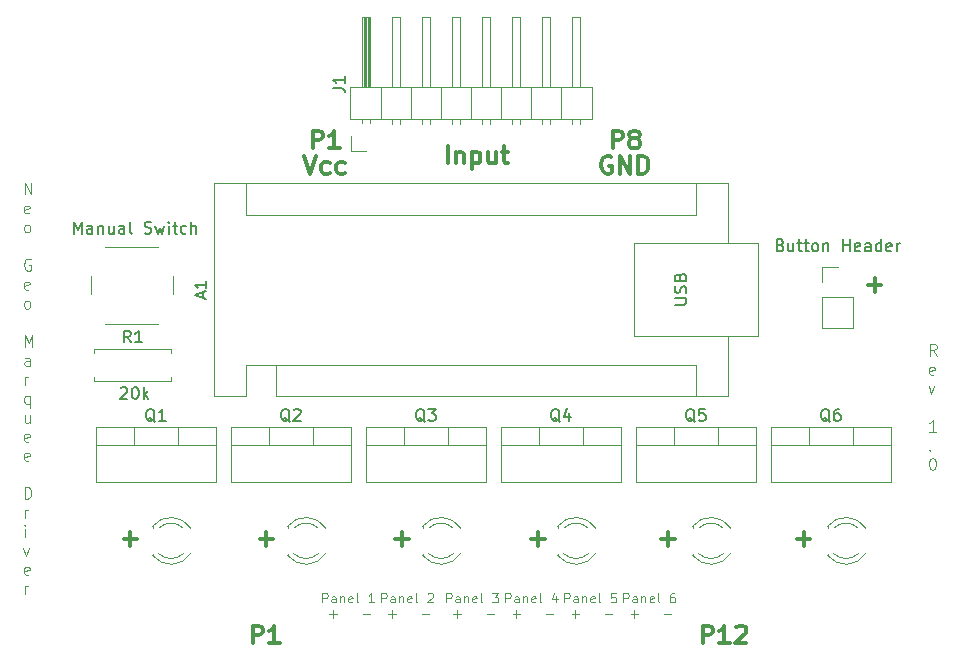
<source format=gbr>
%TF.GenerationSoftware,KiCad,Pcbnew,9.0.0*%
%TF.CreationDate,2025-03-22T14:07:59+10:00*%
%TF.ProjectId,ngmarquee.kicad_pcb_to220_1.0_m3,6e676d61-7271-4756-9565-2e6b69636164,rev?*%
%TF.SameCoordinates,Original*%
%TF.FileFunction,Legend,Top*%
%TF.FilePolarity,Positive*%
%FSLAX46Y46*%
G04 Gerber Fmt 4.6, Leading zero omitted, Abs format (unit mm)*
G04 Created by KiCad (PCBNEW 9.0.0) date 2025-03-22 14:07:59*
%MOMM*%
%LPD*%
G01*
G04 APERTURE LIST*
%ADD10C,0.100000*%
%ADD11C,0.150000*%
%ADD12C,0.300000*%
%ADD13C,0.120000*%
G04 APERTURE END LIST*
D10*
X114405789Y-99198940D02*
X114405789Y-98398940D01*
X114405789Y-98398940D02*
X114710551Y-98398940D01*
X114710551Y-98398940D02*
X114786741Y-98437035D01*
X114786741Y-98437035D02*
X114824836Y-98475130D01*
X114824836Y-98475130D02*
X114862932Y-98551321D01*
X114862932Y-98551321D02*
X114862932Y-98665606D01*
X114862932Y-98665606D02*
X114824836Y-98741797D01*
X114824836Y-98741797D02*
X114786741Y-98779892D01*
X114786741Y-98779892D02*
X114710551Y-98817987D01*
X114710551Y-98817987D02*
X114405789Y-98817987D01*
X115548646Y-99198940D02*
X115548646Y-98779892D01*
X115548646Y-98779892D02*
X115510551Y-98703702D01*
X115510551Y-98703702D02*
X115434360Y-98665606D01*
X115434360Y-98665606D02*
X115281979Y-98665606D01*
X115281979Y-98665606D02*
X115205789Y-98703702D01*
X115548646Y-99160845D02*
X115472455Y-99198940D01*
X115472455Y-99198940D02*
X115281979Y-99198940D01*
X115281979Y-99198940D02*
X115205789Y-99160845D01*
X115205789Y-99160845D02*
X115167693Y-99084654D01*
X115167693Y-99084654D02*
X115167693Y-99008464D01*
X115167693Y-99008464D02*
X115205789Y-98932273D01*
X115205789Y-98932273D02*
X115281979Y-98894178D01*
X115281979Y-98894178D02*
X115472455Y-98894178D01*
X115472455Y-98894178D02*
X115548646Y-98856083D01*
X115929599Y-98665606D02*
X115929599Y-99198940D01*
X115929599Y-98741797D02*
X115967694Y-98703702D01*
X115967694Y-98703702D02*
X116043884Y-98665606D01*
X116043884Y-98665606D02*
X116158170Y-98665606D01*
X116158170Y-98665606D02*
X116234361Y-98703702D01*
X116234361Y-98703702D02*
X116272456Y-98779892D01*
X116272456Y-98779892D02*
X116272456Y-99198940D01*
X116958171Y-99160845D02*
X116881980Y-99198940D01*
X116881980Y-99198940D02*
X116729599Y-99198940D01*
X116729599Y-99198940D02*
X116653409Y-99160845D01*
X116653409Y-99160845D02*
X116615313Y-99084654D01*
X116615313Y-99084654D02*
X116615313Y-98779892D01*
X116615313Y-98779892D02*
X116653409Y-98703702D01*
X116653409Y-98703702D02*
X116729599Y-98665606D01*
X116729599Y-98665606D02*
X116881980Y-98665606D01*
X116881980Y-98665606D02*
X116958171Y-98703702D01*
X116958171Y-98703702D02*
X116996266Y-98779892D01*
X116996266Y-98779892D02*
X116996266Y-98856083D01*
X116996266Y-98856083D02*
X116615313Y-98932273D01*
X117453408Y-99198940D02*
X117377218Y-99160845D01*
X117377218Y-99160845D02*
X117339123Y-99084654D01*
X117339123Y-99084654D02*
X117339123Y-98398940D01*
X118786742Y-99198940D02*
X118329599Y-99198940D01*
X118558171Y-99198940D02*
X118558171Y-98398940D01*
X118558171Y-98398940D02*
X118481980Y-98513225D01*
X118481980Y-98513225D02*
X118405790Y-98589416D01*
X118405790Y-98589416D02*
X118329599Y-98627511D01*
X115015313Y-100182133D02*
X115624837Y-100182133D01*
X115320075Y-100486895D02*
X115320075Y-99877371D01*
X117834361Y-100182133D02*
X118443885Y-100182133D01*
D11*
X97329160Y-81055057D02*
X97376779Y-81007438D01*
X97376779Y-81007438D02*
X97472017Y-80959819D01*
X97472017Y-80959819D02*
X97710112Y-80959819D01*
X97710112Y-80959819D02*
X97805350Y-81007438D01*
X97805350Y-81007438D02*
X97852969Y-81055057D01*
X97852969Y-81055057D02*
X97900588Y-81150295D01*
X97900588Y-81150295D02*
X97900588Y-81245533D01*
X97900588Y-81245533D02*
X97852969Y-81388390D01*
X97852969Y-81388390D02*
X97281541Y-81959819D01*
X97281541Y-81959819D02*
X97900588Y-81959819D01*
X98519636Y-80959819D02*
X98614874Y-80959819D01*
X98614874Y-80959819D02*
X98710112Y-81007438D01*
X98710112Y-81007438D02*
X98757731Y-81055057D01*
X98757731Y-81055057D02*
X98805350Y-81150295D01*
X98805350Y-81150295D02*
X98852969Y-81340771D01*
X98852969Y-81340771D02*
X98852969Y-81578866D01*
X98852969Y-81578866D02*
X98805350Y-81769342D01*
X98805350Y-81769342D02*
X98757731Y-81864580D01*
X98757731Y-81864580D02*
X98710112Y-81912200D01*
X98710112Y-81912200D02*
X98614874Y-81959819D01*
X98614874Y-81959819D02*
X98519636Y-81959819D01*
X98519636Y-81959819D02*
X98424398Y-81912200D01*
X98424398Y-81912200D02*
X98376779Y-81864580D01*
X98376779Y-81864580D02*
X98329160Y-81769342D01*
X98329160Y-81769342D02*
X98281541Y-81578866D01*
X98281541Y-81578866D02*
X98281541Y-81340771D01*
X98281541Y-81340771D02*
X98329160Y-81150295D01*
X98329160Y-81150295D02*
X98376779Y-81055057D01*
X98376779Y-81055057D02*
X98424398Y-81007438D01*
X98424398Y-81007438D02*
X98519636Y-80959819D01*
X99281541Y-81959819D02*
X99281541Y-80959819D01*
X99376779Y-81578866D02*
X99662493Y-81959819D01*
X99662493Y-81293152D02*
X99281541Y-81674104D01*
D10*
X124905789Y-99198940D02*
X124905789Y-98398940D01*
X124905789Y-98398940D02*
X125210551Y-98398940D01*
X125210551Y-98398940D02*
X125286741Y-98437035D01*
X125286741Y-98437035D02*
X125324836Y-98475130D01*
X125324836Y-98475130D02*
X125362932Y-98551321D01*
X125362932Y-98551321D02*
X125362932Y-98665606D01*
X125362932Y-98665606D02*
X125324836Y-98741797D01*
X125324836Y-98741797D02*
X125286741Y-98779892D01*
X125286741Y-98779892D02*
X125210551Y-98817987D01*
X125210551Y-98817987D02*
X124905789Y-98817987D01*
X126048646Y-99198940D02*
X126048646Y-98779892D01*
X126048646Y-98779892D02*
X126010551Y-98703702D01*
X126010551Y-98703702D02*
X125934360Y-98665606D01*
X125934360Y-98665606D02*
X125781979Y-98665606D01*
X125781979Y-98665606D02*
X125705789Y-98703702D01*
X126048646Y-99160845D02*
X125972455Y-99198940D01*
X125972455Y-99198940D02*
X125781979Y-99198940D01*
X125781979Y-99198940D02*
X125705789Y-99160845D01*
X125705789Y-99160845D02*
X125667693Y-99084654D01*
X125667693Y-99084654D02*
X125667693Y-99008464D01*
X125667693Y-99008464D02*
X125705789Y-98932273D01*
X125705789Y-98932273D02*
X125781979Y-98894178D01*
X125781979Y-98894178D02*
X125972455Y-98894178D01*
X125972455Y-98894178D02*
X126048646Y-98856083D01*
X126429599Y-98665606D02*
X126429599Y-99198940D01*
X126429599Y-98741797D02*
X126467694Y-98703702D01*
X126467694Y-98703702D02*
X126543884Y-98665606D01*
X126543884Y-98665606D02*
X126658170Y-98665606D01*
X126658170Y-98665606D02*
X126734361Y-98703702D01*
X126734361Y-98703702D02*
X126772456Y-98779892D01*
X126772456Y-98779892D02*
X126772456Y-99198940D01*
X127458171Y-99160845D02*
X127381980Y-99198940D01*
X127381980Y-99198940D02*
X127229599Y-99198940D01*
X127229599Y-99198940D02*
X127153409Y-99160845D01*
X127153409Y-99160845D02*
X127115313Y-99084654D01*
X127115313Y-99084654D02*
X127115313Y-98779892D01*
X127115313Y-98779892D02*
X127153409Y-98703702D01*
X127153409Y-98703702D02*
X127229599Y-98665606D01*
X127229599Y-98665606D02*
X127381980Y-98665606D01*
X127381980Y-98665606D02*
X127458171Y-98703702D01*
X127458171Y-98703702D02*
X127496266Y-98779892D01*
X127496266Y-98779892D02*
X127496266Y-98856083D01*
X127496266Y-98856083D02*
X127115313Y-98932273D01*
X127953408Y-99198940D02*
X127877218Y-99160845D01*
X127877218Y-99160845D02*
X127839123Y-99084654D01*
X127839123Y-99084654D02*
X127839123Y-98398940D01*
X128791504Y-98398940D02*
X129286742Y-98398940D01*
X129286742Y-98398940D02*
X129020076Y-98703702D01*
X129020076Y-98703702D02*
X129134361Y-98703702D01*
X129134361Y-98703702D02*
X129210552Y-98741797D01*
X129210552Y-98741797D02*
X129248647Y-98779892D01*
X129248647Y-98779892D02*
X129286742Y-98856083D01*
X129286742Y-98856083D02*
X129286742Y-99046559D01*
X129286742Y-99046559D02*
X129248647Y-99122749D01*
X129248647Y-99122749D02*
X129210552Y-99160845D01*
X129210552Y-99160845D02*
X129134361Y-99198940D01*
X129134361Y-99198940D02*
X128905790Y-99198940D01*
X128905790Y-99198940D02*
X128829599Y-99160845D01*
X128829599Y-99160845D02*
X128791504Y-99122749D01*
X125515313Y-100182133D02*
X126124837Y-100182133D01*
X125820075Y-100486895D02*
X125820075Y-99877371D01*
X128334361Y-100182133D02*
X128943885Y-100182133D01*
D12*
X120594510Y-93819400D02*
X121737368Y-93819400D01*
X121165939Y-94390828D02*
X121165939Y-93247971D01*
X125014510Y-62030828D02*
X125014510Y-60530828D01*
X125728796Y-61030828D02*
X125728796Y-62030828D01*
X125728796Y-61173685D02*
X125800225Y-61102257D01*
X125800225Y-61102257D02*
X125943082Y-61030828D01*
X125943082Y-61030828D02*
X126157368Y-61030828D01*
X126157368Y-61030828D02*
X126300225Y-61102257D01*
X126300225Y-61102257D02*
X126371654Y-61245114D01*
X126371654Y-61245114D02*
X126371654Y-62030828D01*
X127085939Y-61030828D02*
X127085939Y-62530828D01*
X127085939Y-61102257D02*
X127228797Y-61030828D01*
X127228797Y-61030828D02*
X127514511Y-61030828D01*
X127514511Y-61030828D02*
X127657368Y-61102257D01*
X127657368Y-61102257D02*
X127728797Y-61173685D01*
X127728797Y-61173685D02*
X127800225Y-61316542D01*
X127800225Y-61316542D02*
X127800225Y-61745114D01*
X127800225Y-61745114D02*
X127728797Y-61887971D01*
X127728797Y-61887971D02*
X127657368Y-61959400D01*
X127657368Y-61959400D02*
X127514511Y-62030828D01*
X127514511Y-62030828D02*
X127228797Y-62030828D01*
X127228797Y-62030828D02*
X127085939Y-61959400D01*
X129085940Y-61030828D02*
X129085940Y-62030828D01*
X128443082Y-61030828D02*
X128443082Y-61816542D01*
X128443082Y-61816542D02*
X128514511Y-61959400D01*
X128514511Y-61959400D02*
X128657368Y-62030828D01*
X128657368Y-62030828D02*
X128871654Y-62030828D01*
X128871654Y-62030828D02*
X129014511Y-61959400D01*
X129014511Y-61959400D02*
X129085940Y-61887971D01*
X129585940Y-61030828D02*
X130157368Y-61030828D01*
X129800225Y-60530828D02*
X129800225Y-61816542D01*
X129800225Y-61816542D02*
X129871654Y-61959400D01*
X129871654Y-61959400D02*
X130014511Y-62030828D01*
X130014511Y-62030828D02*
X130157368Y-62030828D01*
X138880225Y-61462257D02*
X138737368Y-61390828D01*
X138737368Y-61390828D02*
X138523082Y-61390828D01*
X138523082Y-61390828D02*
X138308796Y-61462257D01*
X138308796Y-61462257D02*
X138165939Y-61605114D01*
X138165939Y-61605114D02*
X138094510Y-61747971D01*
X138094510Y-61747971D02*
X138023082Y-62033685D01*
X138023082Y-62033685D02*
X138023082Y-62247971D01*
X138023082Y-62247971D02*
X138094510Y-62533685D01*
X138094510Y-62533685D02*
X138165939Y-62676542D01*
X138165939Y-62676542D02*
X138308796Y-62819400D01*
X138308796Y-62819400D02*
X138523082Y-62890828D01*
X138523082Y-62890828D02*
X138665939Y-62890828D01*
X138665939Y-62890828D02*
X138880225Y-62819400D01*
X138880225Y-62819400D02*
X138951653Y-62747971D01*
X138951653Y-62747971D02*
X138951653Y-62247971D01*
X138951653Y-62247971D02*
X138665939Y-62247971D01*
X139594510Y-62890828D02*
X139594510Y-61390828D01*
X139594510Y-61390828D02*
X140451653Y-62890828D01*
X140451653Y-62890828D02*
X140451653Y-61390828D01*
X141165939Y-62890828D02*
X141165939Y-61390828D01*
X141165939Y-61390828D02*
X141523082Y-61390828D01*
X141523082Y-61390828D02*
X141737368Y-61462257D01*
X141737368Y-61462257D02*
X141880225Y-61605114D01*
X141880225Y-61605114D02*
X141951654Y-61747971D01*
X141951654Y-61747971D02*
X142023082Y-62033685D01*
X142023082Y-62033685D02*
X142023082Y-62247971D01*
X142023082Y-62247971D02*
X141951654Y-62533685D01*
X141951654Y-62533685D02*
X141880225Y-62676542D01*
X141880225Y-62676542D02*
X141737368Y-62819400D01*
X141737368Y-62819400D02*
X141523082Y-62890828D01*
X141523082Y-62890828D02*
X141165939Y-62890828D01*
D10*
X134905789Y-99198940D02*
X134905789Y-98398940D01*
X134905789Y-98398940D02*
X135210551Y-98398940D01*
X135210551Y-98398940D02*
X135286741Y-98437035D01*
X135286741Y-98437035D02*
X135324836Y-98475130D01*
X135324836Y-98475130D02*
X135362932Y-98551321D01*
X135362932Y-98551321D02*
X135362932Y-98665606D01*
X135362932Y-98665606D02*
X135324836Y-98741797D01*
X135324836Y-98741797D02*
X135286741Y-98779892D01*
X135286741Y-98779892D02*
X135210551Y-98817987D01*
X135210551Y-98817987D02*
X134905789Y-98817987D01*
X136048646Y-99198940D02*
X136048646Y-98779892D01*
X136048646Y-98779892D02*
X136010551Y-98703702D01*
X136010551Y-98703702D02*
X135934360Y-98665606D01*
X135934360Y-98665606D02*
X135781979Y-98665606D01*
X135781979Y-98665606D02*
X135705789Y-98703702D01*
X136048646Y-99160845D02*
X135972455Y-99198940D01*
X135972455Y-99198940D02*
X135781979Y-99198940D01*
X135781979Y-99198940D02*
X135705789Y-99160845D01*
X135705789Y-99160845D02*
X135667693Y-99084654D01*
X135667693Y-99084654D02*
X135667693Y-99008464D01*
X135667693Y-99008464D02*
X135705789Y-98932273D01*
X135705789Y-98932273D02*
X135781979Y-98894178D01*
X135781979Y-98894178D02*
X135972455Y-98894178D01*
X135972455Y-98894178D02*
X136048646Y-98856083D01*
X136429599Y-98665606D02*
X136429599Y-99198940D01*
X136429599Y-98741797D02*
X136467694Y-98703702D01*
X136467694Y-98703702D02*
X136543884Y-98665606D01*
X136543884Y-98665606D02*
X136658170Y-98665606D01*
X136658170Y-98665606D02*
X136734361Y-98703702D01*
X136734361Y-98703702D02*
X136772456Y-98779892D01*
X136772456Y-98779892D02*
X136772456Y-99198940D01*
X137458171Y-99160845D02*
X137381980Y-99198940D01*
X137381980Y-99198940D02*
X137229599Y-99198940D01*
X137229599Y-99198940D02*
X137153409Y-99160845D01*
X137153409Y-99160845D02*
X137115313Y-99084654D01*
X137115313Y-99084654D02*
X137115313Y-98779892D01*
X137115313Y-98779892D02*
X137153409Y-98703702D01*
X137153409Y-98703702D02*
X137229599Y-98665606D01*
X137229599Y-98665606D02*
X137381980Y-98665606D01*
X137381980Y-98665606D02*
X137458171Y-98703702D01*
X137458171Y-98703702D02*
X137496266Y-98779892D01*
X137496266Y-98779892D02*
X137496266Y-98856083D01*
X137496266Y-98856083D02*
X137115313Y-98932273D01*
X137953408Y-99198940D02*
X137877218Y-99160845D01*
X137877218Y-99160845D02*
X137839123Y-99084654D01*
X137839123Y-99084654D02*
X137839123Y-98398940D01*
X139248647Y-98398940D02*
X138867695Y-98398940D01*
X138867695Y-98398940D02*
X138829599Y-98779892D01*
X138829599Y-98779892D02*
X138867695Y-98741797D01*
X138867695Y-98741797D02*
X138943885Y-98703702D01*
X138943885Y-98703702D02*
X139134361Y-98703702D01*
X139134361Y-98703702D02*
X139210552Y-98741797D01*
X139210552Y-98741797D02*
X139248647Y-98779892D01*
X139248647Y-98779892D02*
X139286742Y-98856083D01*
X139286742Y-98856083D02*
X139286742Y-99046559D01*
X139286742Y-99046559D02*
X139248647Y-99122749D01*
X139248647Y-99122749D02*
X139210552Y-99160845D01*
X139210552Y-99160845D02*
X139134361Y-99198940D01*
X139134361Y-99198940D02*
X138943885Y-99198940D01*
X138943885Y-99198940D02*
X138867695Y-99160845D01*
X138867695Y-99160845D02*
X138829599Y-99122749D01*
X135515313Y-100182133D02*
X136124837Y-100182133D01*
X135820075Y-100486895D02*
X135820075Y-99877371D01*
X138334361Y-100182133D02*
X138943885Y-100182133D01*
X129905789Y-99198940D02*
X129905789Y-98398940D01*
X129905789Y-98398940D02*
X130210551Y-98398940D01*
X130210551Y-98398940D02*
X130286741Y-98437035D01*
X130286741Y-98437035D02*
X130324836Y-98475130D01*
X130324836Y-98475130D02*
X130362932Y-98551321D01*
X130362932Y-98551321D02*
X130362932Y-98665606D01*
X130362932Y-98665606D02*
X130324836Y-98741797D01*
X130324836Y-98741797D02*
X130286741Y-98779892D01*
X130286741Y-98779892D02*
X130210551Y-98817987D01*
X130210551Y-98817987D02*
X129905789Y-98817987D01*
X131048646Y-99198940D02*
X131048646Y-98779892D01*
X131048646Y-98779892D02*
X131010551Y-98703702D01*
X131010551Y-98703702D02*
X130934360Y-98665606D01*
X130934360Y-98665606D02*
X130781979Y-98665606D01*
X130781979Y-98665606D02*
X130705789Y-98703702D01*
X131048646Y-99160845D02*
X130972455Y-99198940D01*
X130972455Y-99198940D02*
X130781979Y-99198940D01*
X130781979Y-99198940D02*
X130705789Y-99160845D01*
X130705789Y-99160845D02*
X130667693Y-99084654D01*
X130667693Y-99084654D02*
X130667693Y-99008464D01*
X130667693Y-99008464D02*
X130705789Y-98932273D01*
X130705789Y-98932273D02*
X130781979Y-98894178D01*
X130781979Y-98894178D02*
X130972455Y-98894178D01*
X130972455Y-98894178D02*
X131048646Y-98856083D01*
X131429599Y-98665606D02*
X131429599Y-99198940D01*
X131429599Y-98741797D02*
X131467694Y-98703702D01*
X131467694Y-98703702D02*
X131543884Y-98665606D01*
X131543884Y-98665606D02*
X131658170Y-98665606D01*
X131658170Y-98665606D02*
X131734361Y-98703702D01*
X131734361Y-98703702D02*
X131772456Y-98779892D01*
X131772456Y-98779892D02*
X131772456Y-99198940D01*
X132458171Y-99160845D02*
X132381980Y-99198940D01*
X132381980Y-99198940D02*
X132229599Y-99198940D01*
X132229599Y-99198940D02*
X132153409Y-99160845D01*
X132153409Y-99160845D02*
X132115313Y-99084654D01*
X132115313Y-99084654D02*
X132115313Y-98779892D01*
X132115313Y-98779892D02*
X132153409Y-98703702D01*
X132153409Y-98703702D02*
X132229599Y-98665606D01*
X132229599Y-98665606D02*
X132381980Y-98665606D01*
X132381980Y-98665606D02*
X132458171Y-98703702D01*
X132458171Y-98703702D02*
X132496266Y-98779892D01*
X132496266Y-98779892D02*
X132496266Y-98856083D01*
X132496266Y-98856083D02*
X132115313Y-98932273D01*
X132953408Y-99198940D02*
X132877218Y-99160845D01*
X132877218Y-99160845D02*
X132839123Y-99084654D01*
X132839123Y-99084654D02*
X132839123Y-98398940D01*
X134210552Y-98665606D02*
X134210552Y-99198940D01*
X134020076Y-98360845D02*
X133829599Y-98932273D01*
X133829599Y-98932273D02*
X134324838Y-98932273D01*
X130515313Y-100182133D02*
X131124837Y-100182133D01*
X130820075Y-100486895D02*
X130820075Y-99877371D01*
X133334361Y-100182133D02*
X133943885Y-100182133D01*
D12*
X108504510Y-102670828D02*
X108504510Y-101170828D01*
X108504510Y-101170828D02*
X109075939Y-101170828D01*
X109075939Y-101170828D02*
X109218796Y-101242257D01*
X109218796Y-101242257D02*
X109290225Y-101313685D01*
X109290225Y-101313685D02*
X109361653Y-101456542D01*
X109361653Y-101456542D02*
X109361653Y-101670828D01*
X109361653Y-101670828D02*
X109290225Y-101813685D01*
X109290225Y-101813685D02*
X109218796Y-101885114D01*
X109218796Y-101885114D02*
X109075939Y-101956542D01*
X109075939Y-101956542D02*
X108504510Y-101956542D01*
X110790225Y-102670828D02*
X109933082Y-102670828D01*
X110361653Y-102670828D02*
X110361653Y-101170828D01*
X110361653Y-101170828D02*
X110218796Y-101385114D01*
X110218796Y-101385114D02*
X110075939Y-101527971D01*
X110075939Y-101527971D02*
X109933082Y-101599400D01*
D10*
X166415312Y-78302755D02*
X166081979Y-77826564D01*
X165843884Y-78302755D02*
X165843884Y-77302755D01*
X165843884Y-77302755D02*
X166224836Y-77302755D01*
X166224836Y-77302755D02*
X166320074Y-77350374D01*
X166320074Y-77350374D02*
X166367693Y-77397993D01*
X166367693Y-77397993D02*
X166415312Y-77493231D01*
X166415312Y-77493231D02*
X166415312Y-77636088D01*
X166415312Y-77636088D02*
X166367693Y-77731326D01*
X166367693Y-77731326D02*
X166320074Y-77778945D01*
X166320074Y-77778945D02*
X166224836Y-77826564D01*
X166224836Y-77826564D02*
X165843884Y-77826564D01*
X166224836Y-79865080D02*
X166129598Y-79912699D01*
X166129598Y-79912699D02*
X165939122Y-79912699D01*
X165939122Y-79912699D02*
X165843884Y-79865080D01*
X165843884Y-79865080D02*
X165796265Y-79769841D01*
X165796265Y-79769841D02*
X165796265Y-79388889D01*
X165796265Y-79388889D02*
X165843884Y-79293651D01*
X165843884Y-79293651D02*
X165939122Y-79246032D01*
X165939122Y-79246032D02*
X166129598Y-79246032D01*
X166129598Y-79246032D02*
X166224836Y-79293651D01*
X166224836Y-79293651D02*
X166272455Y-79388889D01*
X166272455Y-79388889D02*
X166272455Y-79484127D01*
X166272455Y-79484127D02*
X165796265Y-79579365D01*
X165748646Y-80855976D02*
X165986741Y-81522643D01*
X165986741Y-81522643D02*
X166224836Y-80855976D01*
X166367693Y-84742531D02*
X165796265Y-84742531D01*
X166081979Y-84742531D02*
X166081979Y-83742531D01*
X166081979Y-83742531D02*
X165986741Y-83885388D01*
X165986741Y-83885388D02*
X165891503Y-83980626D01*
X165891503Y-83980626D02*
X165796265Y-84028245D01*
X165843884Y-86257236D02*
X165891503Y-86304856D01*
X165891503Y-86304856D02*
X165843884Y-86352475D01*
X165843884Y-86352475D02*
X165796265Y-86304856D01*
X165796265Y-86304856D02*
X165843884Y-86257236D01*
X165843884Y-86257236D02*
X165843884Y-86352475D01*
X166034360Y-86962419D02*
X166129598Y-86962419D01*
X166129598Y-86962419D02*
X166224836Y-87010038D01*
X166224836Y-87010038D02*
X166272455Y-87057657D01*
X166272455Y-87057657D02*
X166320074Y-87152895D01*
X166320074Y-87152895D02*
X166367693Y-87343371D01*
X166367693Y-87343371D02*
X166367693Y-87581466D01*
X166367693Y-87581466D02*
X166320074Y-87771942D01*
X166320074Y-87771942D02*
X166272455Y-87867180D01*
X166272455Y-87867180D02*
X166224836Y-87914800D01*
X166224836Y-87914800D02*
X166129598Y-87962419D01*
X166129598Y-87962419D02*
X166034360Y-87962419D01*
X166034360Y-87962419D02*
X165939122Y-87914800D01*
X165939122Y-87914800D02*
X165891503Y-87867180D01*
X165891503Y-87867180D02*
X165843884Y-87771942D01*
X165843884Y-87771942D02*
X165796265Y-87581466D01*
X165796265Y-87581466D02*
X165796265Y-87343371D01*
X165796265Y-87343371D02*
X165843884Y-87152895D01*
X165843884Y-87152895D02*
X165891503Y-87057657D01*
X165891503Y-87057657D02*
X165939122Y-87010038D01*
X165939122Y-87010038D02*
X166034360Y-86962419D01*
X139905789Y-99198940D02*
X139905789Y-98398940D01*
X139905789Y-98398940D02*
X140210551Y-98398940D01*
X140210551Y-98398940D02*
X140286741Y-98437035D01*
X140286741Y-98437035D02*
X140324836Y-98475130D01*
X140324836Y-98475130D02*
X140362932Y-98551321D01*
X140362932Y-98551321D02*
X140362932Y-98665606D01*
X140362932Y-98665606D02*
X140324836Y-98741797D01*
X140324836Y-98741797D02*
X140286741Y-98779892D01*
X140286741Y-98779892D02*
X140210551Y-98817987D01*
X140210551Y-98817987D02*
X139905789Y-98817987D01*
X141048646Y-99198940D02*
X141048646Y-98779892D01*
X141048646Y-98779892D02*
X141010551Y-98703702D01*
X141010551Y-98703702D02*
X140934360Y-98665606D01*
X140934360Y-98665606D02*
X140781979Y-98665606D01*
X140781979Y-98665606D02*
X140705789Y-98703702D01*
X141048646Y-99160845D02*
X140972455Y-99198940D01*
X140972455Y-99198940D02*
X140781979Y-99198940D01*
X140781979Y-99198940D02*
X140705789Y-99160845D01*
X140705789Y-99160845D02*
X140667693Y-99084654D01*
X140667693Y-99084654D02*
X140667693Y-99008464D01*
X140667693Y-99008464D02*
X140705789Y-98932273D01*
X140705789Y-98932273D02*
X140781979Y-98894178D01*
X140781979Y-98894178D02*
X140972455Y-98894178D01*
X140972455Y-98894178D02*
X141048646Y-98856083D01*
X141429599Y-98665606D02*
X141429599Y-99198940D01*
X141429599Y-98741797D02*
X141467694Y-98703702D01*
X141467694Y-98703702D02*
X141543884Y-98665606D01*
X141543884Y-98665606D02*
X141658170Y-98665606D01*
X141658170Y-98665606D02*
X141734361Y-98703702D01*
X141734361Y-98703702D02*
X141772456Y-98779892D01*
X141772456Y-98779892D02*
X141772456Y-99198940D01*
X142458171Y-99160845D02*
X142381980Y-99198940D01*
X142381980Y-99198940D02*
X142229599Y-99198940D01*
X142229599Y-99198940D02*
X142153409Y-99160845D01*
X142153409Y-99160845D02*
X142115313Y-99084654D01*
X142115313Y-99084654D02*
X142115313Y-98779892D01*
X142115313Y-98779892D02*
X142153409Y-98703702D01*
X142153409Y-98703702D02*
X142229599Y-98665606D01*
X142229599Y-98665606D02*
X142381980Y-98665606D01*
X142381980Y-98665606D02*
X142458171Y-98703702D01*
X142458171Y-98703702D02*
X142496266Y-98779892D01*
X142496266Y-98779892D02*
X142496266Y-98856083D01*
X142496266Y-98856083D02*
X142115313Y-98932273D01*
X142953408Y-99198940D02*
X142877218Y-99160845D01*
X142877218Y-99160845D02*
X142839123Y-99084654D01*
X142839123Y-99084654D02*
X142839123Y-98398940D01*
X144210552Y-98398940D02*
X144058171Y-98398940D01*
X144058171Y-98398940D02*
X143981980Y-98437035D01*
X143981980Y-98437035D02*
X143943885Y-98475130D01*
X143943885Y-98475130D02*
X143867695Y-98589416D01*
X143867695Y-98589416D02*
X143829599Y-98741797D01*
X143829599Y-98741797D02*
X143829599Y-99046559D01*
X143829599Y-99046559D02*
X143867695Y-99122749D01*
X143867695Y-99122749D02*
X143905790Y-99160845D01*
X143905790Y-99160845D02*
X143981980Y-99198940D01*
X143981980Y-99198940D02*
X144134361Y-99198940D01*
X144134361Y-99198940D02*
X144210552Y-99160845D01*
X144210552Y-99160845D02*
X144248647Y-99122749D01*
X144248647Y-99122749D02*
X144286742Y-99046559D01*
X144286742Y-99046559D02*
X144286742Y-98856083D01*
X144286742Y-98856083D02*
X144248647Y-98779892D01*
X144248647Y-98779892D02*
X144210552Y-98741797D01*
X144210552Y-98741797D02*
X144134361Y-98703702D01*
X144134361Y-98703702D02*
X143981980Y-98703702D01*
X143981980Y-98703702D02*
X143905790Y-98741797D01*
X143905790Y-98741797D02*
X143867695Y-98779892D01*
X143867695Y-98779892D02*
X143829599Y-98856083D01*
X140515313Y-100182133D02*
X141124837Y-100182133D01*
X140820075Y-100486895D02*
X140820075Y-99877371D01*
X143334361Y-100182133D02*
X143943885Y-100182133D01*
D12*
X113584510Y-60760828D02*
X113584510Y-59260828D01*
X113584510Y-59260828D02*
X114155939Y-59260828D01*
X114155939Y-59260828D02*
X114298796Y-59332257D01*
X114298796Y-59332257D02*
X114370225Y-59403685D01*
X114370225Y-59403685D02*
X114441653Y-59546542D01*
X114441653Y-59546542D02*
X114441653Y-59760828D01*
X114441653Y-59760828D02*
X114370225Y-59903685D01*
X114370225Y-59903685D02*
X114298796Y-59975114D01*
X114298796Y-59975114D02*
X114155939Y-60046542D01*
X114155939Y-60046542D02*
X113584510Y-60046542D01*
X115870225Y-60760828D02*
X115013082Y-60760828D01*
X115441653Y-60760828D02*
X115441653Y-59260828D01*
X115441653Y-59260828D02*
X115298796Y-59475114D01*
X115298796Y-59475114D02*
X115155939Y-59617971D01*
X115155939Y-59617971D02*
X115013082Y-59689400D01*
X146604510Y-102670828D02*
X146604510Y-101170828D01*
X146604510Y-101170828D02*
X147175939Y-101170828D01*
X147175939Y-101170828D02*
X147318796Y-101242257D01*
X147318796Y-101242257D02*
X147390225Y-101313685D01*
X147390225Y-101313685D02*
X147461653Y-101456542D01*
X147461653Y-101456542D02*
X147461653Y-101670828D01*
X147461653Y-101670828D02*
X147390225Y-101813685D01*
X147390225Y-101813685D02*
X147318796Y-101885114D01*
X147318796Y-101885114D02*
X147175939Y-101956542D01*
X147175939Y-101956542D02*
X146604510Y-101956542D01*
X148890225Y-102670828D02*
X148033082Y-102670828D01*
X148461653Y-102670828D02*
X148461653Y-101170828D01*
X148461653Y-101170828D02*
X148318796Y-101385114D01*
X148318796Y-101385114D02*
X148175939Y-101527971D01*
X148175939Y-101527971D02*
X148033082Y-101599400D01*
X149461653Y-101313685D02*
X149533081Y-101242257D01*
X149533081Y-101242257D02*
X149675939Y-101170828D01*
X149675939Y-101170828D02*
X150033081Y-101170828D01*
X150033081Y-101170828D02*
X150175939Y-101242257D01*
X150175939Y-101242257D02*
X150247367Y-101313685D01*
X150247367Y-101313685D02*
X150318796Y-101456542D01*
X150318796Y-101456542D02*
X150318796Y-101599400D01*
X150318796Y-101599400D02*
X150247367Y-101813685D01*
X150247367Y-101813685D02*
X149390224Y-102670828D01*
X149390224Y-102670828D02*
X150318796Y-102670828D01*
X112880225Y-61390828D02*
X113380225Y-62890828D01*
X113380225Y-62890828D02*
X113880225Y-61390828D01*
X115023082Y-62819400D02*
X114880224Y-62890828D01*
X114880224Y-62890828D02*
X114594510Y-62890828D01*
X114594510Y-62890828D02*
X114451653Y-62819400D01*
X114451653Y-62819400D02*
X114380224Y-62747971D01*
X114380224Y-62747971D02*
X114308796Y-62605114D01*
X114308796Y-62605114D02*
X114308796Y-62176542D01*
X114308796Y-62176542D02*
X114380224Y-62033685D01*
X114380224Y-62033685D02*
X114451653Y-61962257D01*
X114451653Y-61962257D02*
X114594510Y-61890828D01*
X114594510Y-61890828D02*
X114880224Y-61890828D01*
X114880224Y-61890828D02*
X115023082Y-61962257D01*
X116308796Y-62819400D02*
X116165938Y-62890828D01*
X116165938Y-62890828D02*
X115880224Y-62890828D01*
X115880224Y-62890828D02*
X115737367Y-62819400D01*
X115737367Y-62819400D02*
X115665938Y-62747971D01*
X115665938Y-62747971D02*
X115594510Y-62605114D01*
X115594510Y-62605114D02*
X115594510Y-62176542D01*
X115594510Y-62176542D02*
X115665938Y-62033685D01*
X115665938Y-62033685D02*
X115737367Y-61962257D01*
X115737367Y-61962257D02*
X115880224Y-61890828D01*
X115880224Y-61890828D02*
X116165938Y-61890828D01*
X116165938Y-61890828D02*
X116308796Y-61962257D01*
X154594510Y-93819400D02*
X155737368Y-93819400D01*
X155165939Y-94390828D02*
X155165939Y-93247971D01*
D10*
X119405789Y-99198940D02*
X119405789Y-98398940D01*
X119405789Y-98398940D02*
X119710551Y-98398940D01*
X119710551Y-98398940D02*
X119786741Y-98437035D01*
X119786741Y-98437035D02*
X119824836Y-98475130D01*
X119824836Y-98475130D02*
X119862932Y-98551321D01*
X119862932Y-98551321D02*
X119862932Y-98665606D01*
X119862932Y-98665606D02*
X119824836Y-98741797D01*
X119824836Y-98741797D02*
X119786741Y-98779892D01*
X119786741Y-98779892D02*
X119710551Y-98817987D01*
X119710551Y-98817987D02*
X119405789Y-98817987D01*
X120548646Y-99198940D02*
X120548646Y-98779892D01*
X120548646Y-98779892D02*
X120510551Y-98703702D01*
X120510551Y-98703702D02*
X120434360Y-98665606D01*
X120434360Y-98665606D02*
X120281979Y-98665606D01*
X120281979Y-98665606D02*
X120205789Y-98703702D01*
X120548646Y-99160845D02*
X120472455Y-99198940D01*
X120472455Y-99198940D02*
X120281979Y-99198940D01*
X120281979Y-99198940D02*
X120205789Y-99160845D01*
X120205789Y-99160845D02*
X120167693Y-99084654D01*
X120167693Y-99084654D02*
X120167693Y-99008464D01*
X120167693Y-99008464D02*
X120205789Y-98932273D01*
X120205789Y-98932273D02*
X120281979Y-98894178D01*
X120281979Y-98894178D02*
X120472455Y-98894178D01*
X120472455Y-98894178D02*
X120548646Y-98856083D01*
X120929599Y-98665606D02*
X120929599Y-99198940D01*
X120929599Y-98741797D02*
X120967694Y-98703702D01*
X120967694Y-98703702D02*
X121043884Y-98665606D01*
X121043884Y-98665606D02*
X121158170Y-98665606D01*
X121158170Y-98665606D02*
X121234361Y-98703702D01*
X121234361Y-98703702D02*
X121272456Y-98779892D01*
X121272456Y-98779892D02*
X121272456Y-99198940D01*
X121958171Y-99160845D02*
X121881980Y-99198940D01*
X121881980Y-99198940D02*
X121729599Y-99198940D01*
X121729599Y-99198940D02*
X121653409Y-99160845D01*
X121653409Y-99160845D02*
X121615313Y-99084654D01*
X121615313Y-99084654D02*
X121615313Y-98779892D01*
X121615313Y-98779892D02*
X121653409Y-98703702D01*
X121653409Y-98703702D02*
X121729599Y-98665606D01*
X121729599Y-98665606D02*
X121881980Y-98665606D01*
X121881980Y-98665606D02*
X121958171Y-98703702D01*
X121958171Y-98703702D02*
X121996266Y-98779892D01*
X121996266Y-98779892D02*
X121996266Y-98856083D01*
X121996266Y-98856083D02*
X121615313Y-98932273D01*
X122453408Y-99198940D02*
X122377218Y-99160845D01*
X122377218Y-99160845D02*
X122339123Y-99084654D01*
X122339123Y-99084654D02*
X122339123Y-98398940D01*
X123329599Y-98475130D02*
X123367695Y-98437035D01*
X123367695Y-98437035D02*
X123443885Y-98398940D01*
X123443885Y-98398940D02*
X123634361Y-98398940D01*
X123634361Y-98398940D02*
X123710552Y-98437035D01*
X123710552Y-98437035D02*
X123748647Y-98475130D01*
X123748647Y-98475130D02*
X123786742Y-98551321D01*
X123786742Y-98551321D02*
X123786742Y-98627511D01*
X123786742Y-98627511D02*
X123748647Y-98741797D01*
X123748647Y-98741797D02*
X123291504Y-99198940D01*
X123291504Y-99198940D02*
X123786742Y-99198940D01*
X120015313Y-100182133D02*
X120624837Y-100182133D01*
X120320075Y-100486895D02*
X120320075Y-99877371D01*
X122834361Y-100182133D02*
X123443885Y-100182133D01*
D11*
X153210112Y-68936009D02*
X153352969Y-68983628D01*
X153352969Y-68983628D02*
X153400588Y-69031247D01*
X153400588Y-69031247D02*
X153448207Y-69126485D01*
X153448207Y-69126485D02*
X153448207Y-69269342D01*
X153448207Y-69269342D02*
X153400588Y-69364580D01*
X153400588Y-69364580D02*
X153352969Y-69412200D01*
X153352969Y-69412200D02*
X153257731Y-69459819D01*
X153257731Y-69459819D02*
X152876779Y-69459819D01*
X152876779Y-69459819D02*
X152876779Y-68459819D01*
X152876779Y-68459819D02*
X153210112Y-68459819D01*
X153210112Y-68459819D02*
X153305350Y-68507438D01*
X153305350Y-68507438D02*
X153352969Y-68555057D01*
X153352969Y-68555057D02*
X153400588Y-68650295D01*
X153400588Y-68650295D02*
X153400588Y-68745533D01*
X153400588Y-68745533D02*
X153352969Y-68840771D01*
X153352969Y-68840771D02*
X153305350Y-68888390D01*
X153305350Y-68888390D02*
X153210112Y-68936009D01*
X153210112Y-68936009D02*
X152876779Y-68936009D01*
X154305350Y-68793152D02*
X154305350Y-69459819D01*
X153876779Y-68793152D02*
X153876779Y-69316961D01*
X153876779Y-69316961D02*
X153924398Y-69412200D01*
X153924398Y-69412200D02*
X154019636Y-69459819D01*
X154019636Y-69459819D02*
X154162493Y-69459819D01*
X154162493Y-69459819D02*
X154257731Y-69412200D01*
X154257731Y-69412200D02*
X154305350Y-69364580D01*
X154638684Y-68793152D02*
X155019636Y-68793152D01*
X154781541Y-68459819D02*
X154781541Y-69316961D01*
X154781541Y-69316961D02*
X154829160Y-69412200D01*
X154829160Y-69412200D02*
X154924398Y-69459819D01*
X154924398Y-69459819D02*
X155019636Y-69459819D01*
X155210113Y-68793152D02*
X155591065Y-68793152D01*
X155352970Y-68459819D02*
X155352970Y-69316961D01*
X155352970Y-69316961D02*
X155400589Y-69412200D01*
X155400589Y-69412200D02*
X155495827Y-69459819D01*
X155495827Y-69459819D02*
X155591065Y-69459819D01*
X156067256Y-69459819D02*
X155972018Y-69412200D01*
X155972018Y-69412200D02*
X155924399Y-69364580D01*
X155924399Y-69364580D02*
X155876780Y-69269342D01*
X155876780Y-69269342D02*
X155876780Y-68983628D01*
X155876780Y-68983628D02*
X155924399Y-68888390D01*
X155924399Y-68888390D02*
X155972018Y-68840771D01*
X155972018Y-68840771D02*
X156067256Y-68793152D01*
X156067256Y-68793152D02*
X156210113Y-68793152D01*
X156210113Y-68793152D02*
X156305351Y-68840771D01*
X156305351Y-68840771D02*
X156352970Y-68888390D01*
X156352970Y-68888390D02*
X156400589Y-68983628D01*
X156400589Y-68983628D02*
X156400589Y-69269342D01*
X156400589Y-69269342D02*
X156352970Y-69364580D01*
X156352970Y-69364580D02*
X156305351Y-69412200D01*
X156305351Y-69412200D02*
X156210113Y-69459819D01*
X156210113Y-69459819D02*
X156067256Y-69459819D01*
X156829161Y-68793152D02*
X156829161Y-69459819D01*
X156829161Y-68888390D02*
X156876780Y-68840771D01*
X156876780Y-68840771D02*
X156972018Y-68793152D01*
X156972018Y-68793152D02*
X157114875Y-68793152D01*
X157114875Y-68793152D02*
X157210113Y-68840771D01*
X157210113Y-68840771D02*
X157257732Y-68936009D01*
X157257732Y-68936009D02*
X157257732Y-69459819D01*
X158495828Y-69459819D02*
X158495828Y-68459819D01*
X158495828Y-68936009D02*
X159067256Y-68936009D01*
X159067256Y-69459819D02*
X159067256Y-68459819D01*
X159924399Y-69412200D02*
X159829161Y-69459819D01*
X159829161Y-69459819D02*
X159638685Y-69459819D01*
X159638685Y-69459819D02*
X159543447Y-69412200D01*
X159543447Y-69412200D02*
X159495828Y-69316961D01*
X159495828Y-69316961D02*
X159495828Y-68936009D01*
X159495828Y-68936009D02*
X159543447Y-68840771D01*
X159543447Y-68840771D02*
X159638685Y-68793152D01*
X159638685Y-68793152D02*
X159829161Y-68793152D01*
X159829161Y-68793152D02*
X159924399Y-68840771D01*
X159924399Y-68840771D02*
X159972018Y-68936009D01*
X159972018Y-68936009D02*
X159972018Y-69031247D01*
X159972018Y-69031247D02*
X159495828Y-69126485D01*
X160829161Y-69459819D02*
X160829161Y-68936009D01*
X160829161Y-68936009D02*
X160781542Y-68840771D01*
X160781542Y-68840771D02*
X160686304Y-68793152D01*
X160686304Y-68793152D02*
X160495828Y-68793152D01*
X160495828Y-68793152D02*
X160400590Y-68840771D01*
X160829161Y-69412200D02*
X160733923Y-69459819D01*
X160733923Y-69459819D02*
X160495828Y-69459819D01*
X160495828Y-69459819D02*
X160400590Y-69412200D01*
X160400590Y-69412200D02*
X160352971Y-69316961D01*
X160352971Y-69316961D02*
X160352971Y-69221723D01*
X160352971Y-69221723D02*
X160400590Y-69126485D01*
X160400590Y-69126485D02*
X160495828Y-69078866D01*
X160495828Y-69078866D02*
X160733923Y-69078866D01*
X160733923Y-69078866D02*
X160829161Y-69031247D01*
X161733923Y-69459819D02*
X161733923Y-68459819D01*
X161733923Y-69412200D02*
X161638685Y-69459819D01*
X161638685Y-69459819D02*
X161448209Y-69459819D01*
X161448209Y-69459819D02*
X161352971Y-69412200D01*
X161352971Y-69412200D02*
X161305352Y-69364580D01*
X161305352Y-69364580D02*
X161257733Y-69269342D01*
X161257733Y-69269342D02*
X161257733Y-68983628D01*
X161257733Y-68983628D02*
X161305352Y-68888390D01*
X161305352Y-68888390D02*
X161352971Y-68840771D01*
X161352971Y-68840771D02*
X161448209Y-68793152D01*
X161448209Y-68793152D02*
X161638685Y-68793152D01*
X161638685Y-68793152D02*
X161733923Y-68840771D01*
X162591066Y-69412200D02*
X162495828Y-69459819D01*
X162495828Y-69459819D02*
X162305352Y-69459819D01*
X162305352Y-69459819D02*
X162210114Y-69412200D01*
X162210114Y-69412200D02*
X162162495Y-69316961D01*
X162162495Y-69316961D02*
X162162495Y-68936009D01*
X162162495Y-68936009D02*
X162210114Y-68840771D01*
X162210114Y-68840771D02*
X162305352Y-68793152D01*
X162305352Y-68793152D02*
X162495828Y-68793152D01*
X162495828Y-68793152D02*
X162591066Y-68840771D01*
X162591066Y-68840771D02*
X162638685Y-68936009D01*
X162638685Y-68936009D02*
X162638685Y-69031247D01*
X162638685Y-69031247D02*
X162162495Y-69126485D01*
X163067257Y-69459819D02*
X163067257Y-68793152D01*
X163067257Y-68983628D02*
X163114876Y-68888390D01*
X163114876Y-68888390D02*
X163162495Y-68840771D01*
X163162495Y-68840771D02*
X163257733Y-68793152D01*
X163257733Y-68793152D02*
X163352971Y-68793152D01*
D12*
X109094510Y-93819400D02*
X110237368Y-93819400D01*
X109665939Y-94390828D02*
X109665939Y-93247971D01*
X132094510Y-93819400D02*
X133237368Y-93819400D01*
X132665939Y-94390828D02*
X132665939Y-93247971D01*
X138984510Y-60760828D02*
X138984510Y-59260828D01*
X138984510Y-59260828D02*
X139555939Y-59260828D01*
X139555939Y-59260828D02*
X139698796Y-59332257D01*
X139698796Y-59332257D02*
X139770225Y-59403685D01*
X139770225Y-59403685D02*
X139841653Y-59546542D01*
X139841653Y-59546542D02*
X139841653Y-59760828D01*
X139841653Y-59760828D02*
X139770225Y-59903685D01*
X139770225Y-59903685D02*
X139698796Y-59975114D01*
X139698796Y-59975114D02*
X139555939Y-60046542D01*
X139555939Y-60046542D02*
X138984510Y-60046542D01*
X140698796Y-59903685D02*
X140555939Y-59832257D01*
X140555939Y-59832257D02*
X140484510Y-59760828D01*
X140484510Y-59760828D02*
X140413082Y-59617971D01*
X140413082Y-59617971D02*
X140413082Y-59546542D01*
X140413082Y-59546542D02*
X140484510Y-59403685D01*
X140484510Y-59403685D02*
X140555939Y-59332257D01*
X140555939Y-59332257D02*
X140698796Y-59260828D01*
X140698796Y-59260828D02*
X140984510Y-59260828D01*
X140984510Y-59260828D02*
X141127368Y-59332257D01*
X141127368Y-59332257D02*
X141198796Y-59403685D01*
X141198796Y-59403685D02*
X141270225Y-59546542D01*
X141270225Y-59546542D02*
X141270225Y-59617971D01*
X141270225Y-59617971D02*
X141198796Y-59760828D01*
X141198796Y-59760828D02*
X141127368Y-59832257D01*
X141127368Y-59832257D02*
X140984510Y-59903685D01*
X140984510Y-59903685D02*
X140698796Y-59903685D01*
X140698796Y-59903685D02*
X140555939Y-59975114D01*
X140555939Y-59975114D02*
X140484510Y-60046542D01*
X140484510Y-60046542D02*
X140413082Y-60189400D01*
X140413082Y-60189400D02*
X140413082Y-60475114D01*
X140413082Y-60475114D02*
X140484510Y-60617971D01*
X140484510Y-60617971D02*
X140555939Y-60689400D01*
X140555939Y-60689400D02*
X140698796Y-60760828D01*
X140698796Y-60760828D02*
X140984510Y-60760828D01*
X140984510Y-60760828D02*
X141127368Y-60689400D01*
X141127368Y-60689400D02*
X141198796Y-60617971D01*
X141198796Y-60617971D02*
X141270225Y-60475114D01*
X141270225Y-60475114D02*
X141270225Y-60189400D01*
X141270225Y-60189400D02*
X141198796Y-60046542D01*
X141198796Y-60046542D02*
X141127368Y-59975114D01*
X141127368Y-59975114D02*
X140984510Y-59903685D01*
X97594510Y-93819400D02*
X98737368Y-93819400D01*
X98165939Y-94390828D02*
X98165939Y-93247971D01*
D11*
X93376779Y-67959819D02*
X93376779Y-66959819D01*
X93376779Y-66959819D02*
X93710112Y-67674104D01*
X93710112Y-67674104D02*
X94043445Y-66959819D01*
X94043445Y-66959819D02*
X94043445Y-67959819D01*
X94948207Y-67959819D02*
X94948207Y-67436009D01*
X94948207Y-67436009D02*
X94900588Y-67340771D01*
X94900588Y-67340771D02*
X94805350Y-67293152D01*
X94805350Y-67293152D02*
X94614874Y-67293152D01*
X94614874Y-67293152D02*
X94519636Y-67340771D01*
X94948207Y-67912200D02*
X94852969Y-67959819D01*
X94852969Y-67959819D02*
X94614874Y-67959819D01*
X94614874Y-67959819D02*
X94519636Y-67912200D01*
X94519636Y-67912200D02*
X94472017Y-67816961D01*
X94472017Y-67816961D02*
X94472017Y-67721723D01*
X94472017Y-67721723D02*
X94519636Y-67626485D01*
X94519636Y-67626485D02*
X94614874Y-67578866D01*
X94614874Y-67578866D02*
X94852969Y-67578866D01*
X94852969Y-67578866D02*
X94948207Y-67531247D01*
X95424398Y-67293152D02*
X95424398Y-67959819D01*
X95424398Y-67388390D02*
X95472017Y-67340771D01*
X95472017Y-67340771D02*
X95567255Y-67293152D01*
X95567255Y-67293152D02*
X95710112Y-67293152D01*
X95710112Y-67293152D02*
X95805350Y-67340771D01*
X95805350Y-67340771D02*
X95852969Y-67436009D01*
X95852969Y-67436009D02*
X95852969Y-67959819D01*
X96757731Y-67293152D02*
X96757731Y-67959819D01*
X96329160Y-67293152D02*
X96329160Y-67816961D01*
X96329160Y-67816961D02*
X96376779Y-67912200D01*
X96376779Y-67912200D02*
X96472017Y-67959819D01*
X96472017Y-67959819D02*
X96614874Y-67959819D01*
X96614874Y-67959819D02*
X96710112Y-67912200D01*
X96710112Y-67912200D02*
X96757731Y-67864580D01*
X97662493Y-67959819D02*
X97662493Y-67436009D01*
X97662493Y-67436009D02*
X97614874Y-67340771D01*
X97614874Y-67340771D02*
X97519636Y-67293152D01*
X97519636Y-67293152D02*
X97329160Y-67293152D01*
X97329160Y-67293152D02*
X97233922Y-67340771D01*
X97662493Y-67912200D02*
X97567255Y-67959819D01*
X97567255Y-67959819D02*
X97329160Y-67959819D01*
X97329160Y-67959819D02*
X97233922Y-67912200D01*
X97233922Y-67912200D02*
X97186303Y-67816961D01*
X97186303Y-67816961D02*
X97186303Y-67721723D01*
X97186303Y-67721723D02*
X97233922Y-67626485D01*
X97233922Y-67626485D02*
X97329160Y-67578866D01*
X97329160Y-67578866D02*
X97567255Y-67578866D01*
X97567255Y-67578866D02*
X97662493Y-67531247D01*
X98281541Y-67959819D02*
X98186303Y-67912200D01*
X98186303Y-67912200D02*
X98138684Y-67816961D01*
X98138684Y-67816961D02*
X98138684Y-66959819D01*
X99376780Y-67912200D02*
X99519637Y-67959819D01*
X99519637Y-67959819D02*
X99757732Y-67959819D01*
X99757732Y-67959819D02*
X99852970Y-67912200D01*
X99852970Y-67912200D02*
X99900589Y-67864580D01*
X99900589Y-67864580D02*
X99948208Y-67769342D01*
X99948208Y-67769342D02*
X99948208Y-67674104D01*
X99948208Y-67674104D02*
X99900589Y-67578866D01*
X99900589Y-67578866D02*
X99852970Y-67531247D01*
X99852970Y-67531247D02*
X99757732Y-67483628D01*
X99757732Y-67483628D02*
X99567256Y-67436009D01*
X99567256Y-67436009D02*
X99472018Y-67388390D01*
X99472018Y-67388390D02*
X99424399Y-67340771D01*
X99424399Y-67340771D02*
X99376780Y-67245533D01*
X99376780Y-67245533D02*
X99376780Y-67150295D01*
X99376780Y-67150295D02*
X99424399Y-67055057D01*
X99424399Y-67055057D02*
X99472018Y-67007438D01*
X99472018Y-67007438D02*
X99567256Y-66959819D01*
X99567256Y-66959819D02*
X99805351Y-66959819D01*
X99805351Y-66959819D02*
X99948208Y-67007438D01*
X100281542Y-67293152D02*
X100472018Y-67959819D01*
X100472018Y-67959819D02*
X100662494Y-67483628D01*
X100662494Y-67483628D02*
X100852970Y-67959819D01*
X100852970Y-67959819D02*
X101043446Y-67293152D01*
X101424399Y-67959819D02*
X101424399Y-67293152D01*
X101424399Y-66959819D02*
X101376780Y-67007438D01*
X101376780Y-67007438D02*
X101424399Y-67055057D01*
X101424399Y-67055057D02*
X101472018Y-67007438D01*
X101472018Y-67007438D02*
X101424399Y-66959819D01*
X101424399Y-66959819D02*
X101424399Y-67055057D01*
X101757732Y-67293152D02*
X102138684Y-67293152D01*
X101900589Y-66959819D02*
X101900589Y-67816961D01*
X101900589Y-67816961D02*
X101948208Y-67912200D01*
X101948208Y-67912200D02*
X102043446Y-67959819D01*
X102043446Y-67959819D02*
X102138684Y-67959819D01*
X102900589Y-67912200D02*
X102805351Y-67959819D01*
X102805351Y-67959819D02*
X102614875Y-67959819D01*
X102614875Y-67959819D02*
X102519637Y-67912200D01*
X102519637Y-67912200D02*
X102472018Y-67864580D01*
X102472018Y-67864580D02*
X102424399Y-67769342D01*
X102424399Y-67769342D02*
X102424399Y-67483628D01*
X102424399Y-67483628D02*
X102472018Y-67388390D01*
X102472018Y-67388390D02*
X102519637Y-67340771D01*
X102519637Y-67340771D02*
X102614875Y-67293152D01*
X102614875Y-67293152D02*
X102805351Y-67293152D01*
X102805351Y-67293152D02*
X102900589Y-67340771D01*
X103329161Y-67959819D02*
X103329161Y-66959819D01*
X103757732Y-67959819D02*
X103757732Y-67436009D01*
X103757732Y-67436009D02*
X103710113Y-67340771D01*
X103710113Y-67340771D02*
X103614875Y-67293152D01*
X103614875Y-67293152D02*
X103472018Y-67293152D01*
X103472018Y-67293152D02*
X103376780Y-67340771D01*
X103376780Y-67340771D02*
X103329161Y-67388390D01*
D12*
X160594510Y-72319400D02*
X161737368Y-72319400D01*
X161165939Y-72890828D02*
X161165939Y-71747971D01*
X143094510Y-93819400D02*
X144237368Y-93819400D01*
X143665939Y-94390828D02*
X143665939Y-93247971D01*
D10*
X89203884Y-64653595D02*
X89203884Y-63653595D01*
X89203884Y-63653595D02*
X89775312Y-64653595D01*
X89775312Y-64653595D02*
X89775312Y-63653595D01*
X89584836Y-66215920D02*
X89489598Y-66263539D01*
X89489598Y-66263539D02*
X89299122Y-66263539D01*
X89299122Y-66263539D02*
X89203884Y-66215920D01*
X89203884Y-66215920D02*
X89156265Y-66120681D01*
X89156265Y-66120681D02*
X89156265Y-65739729D01*
X89156265Y-65739729D02*
X89203884Y-65644491D01*
X89203884Y-65644491D02*
X89299122Y-65596872D01*
X89299122Y-65596872D02*
X89489598Y-65596872D01*
X89489598Y-65596872D02*
X89584836Y-65644491D01*
X89584836Y-65644491D02*
X89632455Y-65739729D01*
X89632455Y-65739729D02*
X89632455Y-65834967D01*
X89632455Y-65834967D02*
X89156265Y-65930205D01*
X89346741Y-67873483D02*
X89251503Y-67825864D01*
X89251503Y-67825864D02*
X89203884Y-67778244D01*
X89203884Y-67778244D02*
X89156265Y-67683006D01*
X89156265Y-67683006D02*
X89156265Y-67397292D01*
X89156265Y-67397292D02*
X89203884Y-67302054D01*
X89203884Y-67302054D02*
X89251503Y-67254435D01*
X89251503Y-67254435D02*
X89346741Y-67206816D01*
X89346741Y-67206816D02*
X89489598Y-67206816D01*
X89489598Y-67206816D02*
X89584836Y-67254435D01*
X89584836Y-67254435D02*
X89632455Y-67302054D01*
X89632455Y-67302054D02*
X89680074Y-67397292D01*
X89680074Y-67397292D02*
X89680074Y-67683006D01*
X89680074Y-67683006D02*
X89632455Y-67778244D01*
X89632455Y-67778244D02*
X89584836Y-67825864D01*
X89584836Y-67825864D02*
X89489598Y-67873483D01*
X89489598Y-67873483D02*
X89346741Y-67873483D01*
X89727693Y-70140990D02*
X89632455Y-70093371D01*
X89632455Y-70093371D02*
X89489598Y-70093371D01*
X89489598Y-70093371D02*
X89346741Y-70140990D01*
X89346741Y-70140990D02*
X89251503Y-70236228D01*
X89251503Y-70236228D02*
X89203884Y-70331466D01*
X89203884Y-70331466D02*
X89156265Y-70521942D01*
X89156265Y-70521942D02*
X89156265Y-70664799D01*
X89156265Y-70664799D02*
X89203884Y-70855275D01*
X89203884Y-70855275D02*
X89251503Y-70950513D01*
X89251503Y-70950513D02*
X89346741Y-71045752D01*
X89346741Y-71045752D02*
X89489598Y-71093371D01*
X89489598Y-71093371D02*
X89584836Y-71093371D01*
X89584836Y-71093371D02*
X89727693Y-71045752D01*
X89727693Y-71045752D02*
X89775312Y-70998132D01*
X89775312Y-70998132D02*
X89775312Y-70664799D01*
X89775312Y-70664799D02*
X89584836Y-70664799D01*
X89584836Y-72655696D02*
X89489598Y-72703315D01*
X89489598Y-72703315D02*
X89299122Y-72703315D01*
X89299122Y-72703315D02*
X89203884Y-72655696D01*
X89203884Y-72655696D02*
X89156265Y-72560457D01*
X89156265Y-72560457D02*
X89156265Y-72179505D01*
X89156265Y-72179505D02*
X89203884Y-72084267D01*
X89203884Y-72084267D02*
X89299122Y-72036648D01*
X89299122Y-72036648D02*
X89489598Y-72036648D01*
X89489598Y-72036648D02*
X89584836Y-72084267D01*
X89584836Y-72084267D02*
X89632455Y-72179505D01*
X89632455Y-72179505D02*
X89632455Y-72274743D01*
X89632455Y-72274743D02*
X89156265Y-72369981D01*
X89346741Y-74313259D02*
X89251503Y-74265640D01*
X89251503Y-74265640D02*
X89203884Y-74218020D01*
X89203884Y-74218020D02*
X89156265Y-74122782D01*
X89156265Y-74122782D02*
X89156265Y-73837068D01*
X89156265Y-73837068D02*
X89203884Y-73741830D01*
X89203884Y-73741830D02*
X89251503Y-73694211D01*
X89251503Y-73694211D02*
X89346741Y-73646592D01*
X89346741Y-73646592D02*
X89489598Y-73646592D01*
X89489598Y-73646592D02*
X89584836Y-73694211D01*
X89584836Y-73694211D02*
X89632455Y-73741830D01*
X89632455Y-73741830D02*
X89680074Y-73837068D01*
X89680074Y-73837068D02*
X89680074Y-74122782D01*
X89680074Y-74122782D02*
X89632455Y-74218020D01*
X89632455Y-74218020D02*
X89584836Y-74265640D01*
X89584836Y-74265640D02*
X89489598Y-74313259D01*
X89489598Y-74313259D02*
X89346741Y-74313259D01*
X89203884Y-77533147D02*
X89203884Y-76533147D01*
X89203884Y-76533147D02*
X89537217Y-77247432D01*
X89537217Y-77247432D02*
X89870550Y-76533147D01*
X89870550Y-76533147D02*
X89870550Y-77533147D01*
X89632455Y-79143091D02*
X89632455Y-78619281D01*
X89632455Y-78619281D02*
X89584836Y-78524043D01*
X89584836Y-78524043D02*
X89489598Y-78476424D01*
X89489598Y-78476424D02*
X89299122Y-78476424D01*
X89299122Y-78476424D02*
X89203884Y-78524043D01*
X89632455Y-79095472D02*
X89537217Y-79143091D01*
X89537217Y-79143091D02*
X89299122Y-79143091D01*
X89299122Y-79143091D02*
X89203884Y-79095472D01*
X89203884Y-79095472D02*
X89156265Y-79000233D01*
X89156265Y-79000233D02*
X89156265Y-78904995D01*
X89156265Y-78904995D02*
X89203884Y-78809757D01*
X89203884Y-78809757D02*
X89299122Y-78762138D01*
X89299122Y-78762138D02*
X89537217Y-78762138D01*
X89537217Y-78762138D02*
X89632455Y-78714519D01*
X89203884Y-80753035D02*
X89203884Y-80086368D01*
X89203884Y-80276844D02*
X89251503Y-80181606D01*
X89251503Y-80181606D02*
X89299122Y-80133987D01*
X89299122Y-80133987D02*
X89394360Y-80086368D01*
X89394360Y-80086368D02*
X89489598Y-80086368D01*
X89632455Y-81696312D02*
X89632455Y-82696312D01*
X89632455Y-82315360D02*
X89537217Y-82362979D01*
X89537217Y-82362979D02*
X89346741Y-82362979D01*
X89346741Y-82362979D02*
X89251503Y-82315360D01*
X89251503Y-82315360D02*
X89203884Y-82267740D01*
X89203884Y-82267740D02*
X89156265Y-82172502D01*
X89156265Y-82172502D02*
X89156265Y-81886788D01*
X89156265Y-81886788D02*
X89203884Y-81791550D01*
X89203884Y-81791550D02*
X89251503Y-81743931D01*
X89251503Y-81743931D02*
X89346741Y-81696312D01*
X89346741Y-81696312D02*
X89537217Y-81696312D01*
X89537217Y-81696312D02*
X89632455Y-81743931D01*
X89632455Y-83306256D02*
X89632455Y-83972923D01*
X89203884Y-83306256D02*
X89203884Y-83830065D01*
X89203884Y-83830065D02*
X89251503Y-83925304D01*
X89251503Y-83925304D02*
X89346741Y-83972923D01*
X89346741Y-83972923D02*
X89489598Y-83972923D01*
X89489598Y-83972923D02*
X89584836Y-83925304D01*
X89584836Y-83925304D02*
X89632455Y-83877684D01*
X89584836Y-85535248D02*
X89489598Y-85582867D01*
X89489598Y-85582867D02*
X89299122Y-85582867D01*
X89299122Y-85582867D02*
X89203884Y-85535248D01*
X89203884Y-85535248D02*
X89156265Y-85440009D01*
X89156265Y-85440009D02*
X89156265Y-85059057D01*
X89156265Y-85059057D02*
X89203884Y-84963819D01*
X89203884Y-84963819D02*
X89299122Y-84916200D01*
X89299122Y-84916200D02*
X89489598Y-84916200D01*
X89489598Y-84916200D02*
X89584836Y-84963819D01*
X89584836Y-84963819D02*
X89632455Y-85059057D01*
X89632455Y-85059057D02*
X89632455Y-85154295D01*
X89632455Y-85154295D02*
X89156265Y-85249533D01*
X89584836Y-87145192D02*
X89489598Y-87192811D01*
X89489598Y-87192811D02*
X89299122Y-87192811D01*
X89299122Y-87192811D02*
X89203884Y-87145192D01*
X89203884Y-87145192D02*
X89156265Y-87049953D01*
X89156265Y-87049953D02*
X89156265Y-86669001D01*
X89156265Y-86669001D02*
X89203884Y-86573763D01*
X89203884Y-86573763D02*
X89299122Y-86526144D01*
X89299122Y-86526144D02*
X89489598Y-86526144D01*
X89489598Y-86526144D02*
X89584836Y-86573763D01*
X89584836Y-86573763D02*
X89632455Y-86669001D01*
X89632455Y-86669001D02*
X89632455Y-86764239D01*
X89632455Y-86764239D02*
X89156265Y-86859477D01*
X89203884Y-90412699D02*
X89203884Y-89412699D01*
X89203884Y-89412699D02*
X89441979Y-89412699D01*
X89441979Y-89412699D02*
X89584836Y-89460318D01*
X89584836Y-89460318D02*
X89680074Y-89555556D01*
X89680074Y-89555556D02*
X89727693Y-89650794D01*
X89727693Y-89650794D02*
X89775312Y-89841270D01*
X89775312Y-89841270D02*
X89775312Y-89984127D01*
X89775312Y-89984127D02*
X89727693Y-90174603D01*
X89727693Y-90174603D02*
X89680074Y-90269841D01*
X89680074Y-90269841D02*
X89584836Y-90365080D01*
X89584836Y-90365080D02*
X89441979Y-90412699D01*
X89441979Y-90412699D02*
X89203884Y-90412699D01*
X89203884Y-92022643D02*
X89203884Y-91355976D01*
X89203884Y-91546452D02*
X89251503Y-91451214D01*
X89251503Y-91451214D02*
X89299122Y-91403595D01*
X89299122Y-91403595D02*
X89394360Y-91355976D01*
X89394360Y-91355976D02*
X89489598Y-91355976D01*
X89203884Y-93632587D02*
X89203884Y-92965920D01*
X89203884Y-92632587D02*
X89156265Y-92680206D01*
X89156265Y-92680206D02*
X89203884Y-92727825D01*
X89203884Y-92727825D02*
X89251503Y-92680206D01*
X89251503Y-92680206D02*
X89203884Y-92632587D01*
X89203884Y-92632587D02*
X89203884Y-92727825D01*
X89108646Y-94575864D02*
X89346741Y-95242531D01*
X89346741Y-95242531D02*
X89584836Y-94575864D01*
X89584836Y-96804856D02*
X89489598Y-96852475D01*
X89489598Y-96852475D02*
X89299122Y-96852475D01*
X89299122Y-96852475D02*
X89203884Y-96804856D01*
X89203884Y-96804856D02*
X89156265Y-96709617D01*
X89156265Y-96709617D02*
X89156265Y-96328665D01*
X89156265Y-96328665D02*
X89203884Y-96233427D01*
X89203884Y-96233427D02*
X89299122Y-96185808D01*
X89299122Y-96185808D02*
X89489598Y-96185808D01*
X89489598Y-96185808D02*
X89584836Y-96233427D01*
X89584836Y-96233427D02*
X89632455Y-96328665D01*
X89632455Y-96328665D02*
X89632455Y-96423903D01*
X89632455Y-96423903D02*
X89156265Y-96519141D01*
X89203884Y-98462419D02*
X89203884Y-97795752D01*
X89203884Y-97986228D02*
X89251503Y-97890990D01*
X89251503Y-97890990D02*
X89299122Y-97843371D01*
X89299122Y-97843371D02*
X89394360Y-97795752D01*
X89394360Y-97795752D02*
X89489598Y-97795752D01*
D11*
X98183333Y-77174819D02*
X97850000Y-76698628D01*
X97611905Y-77174819D02*
X97611905Y-76174819D01*
X97611905Y-76174819D02*
X97992857Y-76174819D01*
X97992857Y-76174819D02*
X98088095Y-76222438D01*
X98088095Y-76222438D02*
X98135714Y-76270057D01*
X98135714Y-76270057D02*
X98183333Y-76365295D01*
X98183333Y-76365295D02*
X98183333Y-76508152D01*
X98183333Y-76508152D02*
X98135714Y-76603390D01*
X98135714Y-76603390D02*
X98088095Y-76651009D01*
X98088095Y-76651009D02*
X97992857Y-76698628D01*
X97992857Y-76698628D02*
X97611905Y-76698628D01*
X99135714Y-77174819D02*
X98564286Y-77174819D01*
X98850000Y-77174819D02*
X98850000Y-76174819D01*
X98850000Y-76174819D02*
X98754762Y-76317676D01*
X98754762Y-76317676D02*
X98659524Y-76412914D01*
X98659524Y-76412914D02*
X98564286Y-76460533D01*
X157384761Y-83910057D02*
X157289523Y-83862438D01*
X157289523Y-83862438D02*
X157194285Y-83767200D01*
X157194285Y-83767200D02*
X157051428Y-83624342D01*
X157051428Y-83624342D02*
X156956190Y-83576723D01*
X156956190Y-83576723D02*
X156860952Y-83576723D01*
X156908571Y-83814819D02*
X156813333Y-83767200D01*
X156813333Y-83767200D02*
X156718095Y-83671961D01*
X156718095Y-83671961D02*
X156670476Y-83481485D01*
X156670476Y-83481485D02*
X156670476Y-83148152D01*
X156670476Y-83148152D02*
X156718095Y-82957676D01*
X156718095Y-82957676D02*
X156813333Y-82862438D01*
X156813333Y-82862438D02*
X156908571Y-82814819D01*
X156908571Y-82814819D02*
X157099047Y-82814819D01*
X157099047Y-82814819D02*
X157194285Y-82862438D01*
X157194285Y-82862438D02*
X157289523Y-82957676D01*
X157289523Y-82957676D02*
X157337142Y-83148152D01*
X157337142Y-83148152D02*
X157337142Y-83481485D01*
X157337142Y-83481485D02*
X157289523Y-83671961D01*
X157289523Y-83671961D02*
X157194285Y-83767200D01*
X157194285Y-83767200D02*
X157099047Y-83814819D01*
X157099047Y-83814819D02*
X156908571Y-83814819D01*
X158194285Y-82814819D02*
X158003809Y-82814819D01*
X158003809Y-82814819D02*
X157908571Y-82862438D01*
X157908571Y-82862438D02*
X157860952Y-82910057D01*
X157860952Y-82910057D02*
X157765714Y-83052914D01*
X157765714Y-83052914D02*
X157718095Y-83243390D01*
X157718095Y-83243390D02*
X157718095Y-83624342D01*
X157718095Y-83624342D02*
X157765714Y-83719580D01*
X157765714Y-83719580D02*
X157813333Y-83767200D01*
X157813333Y-83767200D02*
X157908571Y-83814819D01*
X157908571Y-83814819D02*
X158099047Y-83814819D01*
X158099047Y-83814819D02*
X158194285Y-83767200D01*
X158194285Y-83767200D02*
X158241904Y-83719580D01*
X158241904Y-83719580D02*
X158289523Y-83624342D01*
X158289523Y-83624342D02*
X158289523Y-83386247D01*
X158289523Y-83386247D02*
X158241904Y-83291009D01*
X158241904Y-83291009D02*
X158194285Y-83243390D01*
X158194285Y-83243390D02*
X158099047Y-83195771D01*
X158099047Y-83195771D02*
X157908571Y-83195771D01*
X157908571Y-83195771D02*
X157813333Y-83243390D01*
X157813333Y-83243390D02*
X157765714Y-83291009D01*
X157765714Y-83291009D02*
X157718095Y-83386247D01*
X111664761Y-83910057D02*
X111569523Y-83862438D01*
X111569523Y-83862438D02*
X111474285Y-83767200D01*
X111474285Y-83767200D02*
X111331428Y-83624342D01*
X111331428Y-83624342D02*
X111236190Y-83576723D01*
X111236190Y-83576723D02*
X111140952Y-83576723D01*
X111188571Y-83814819D02*
X111093333Y-83767200D01*
X111093333Y-83767200D02*
X110998095Y-83671961D01*
X110998095Y-83671961D02*
X110950476Y-83481485D01*
X110950476Y-83481485D02*
X110950476Y-83148152D01*
X110950476Y-83148152D02*
X110998095Y-82957676D01*
X110998095Y-82957676D02*
X111093333Y-82862438D01*
X111093333Y-82862438D02*
X111188571Y-82814819D01*
X111188571Y-82814819D02*
X111379047Y-82814819D01*
X111379047Y-82814819D02*
X111474285Y-82862438D01*
X111474285Y-82862438D02*
X111569523Y-82957676D01*
X111569523Y-82957676D02*
X111617142Y-83148152D01*
X111617142Y-83148152D02*
X111617142Y-83481485D01*
X111617142Y-83481485D02*
X111569523Y-83671961D01*
X111569523Y-83671961D02*
X111474285Y-83767200D01*
X111474285Y-83767200D02*
X111379047Y-83814819D01*
X111379047Y-83814819D02*
X111188571Y-83814819D01*
X111998095Y-82910057D02*
X112045714Y-82862438D01*
X112045714Y-82862438D02*
X112140952Y-82814819D01*
X112140952Y-82814819D02*
X112379047Y-82814819D01*
X112379047Y-82814819D02*
X112474285Y-82862438D01*
X112474285Y-82862438D02*
X112521904Y-82910057D01*
X112521904Y-82910057D02*
X112569523Y-83005295D01*
X112569523Y-83005295D02*
X112569523Y-83100533D01*
X112569523Y-83100533D02*
X112521904Y-83243390D01*
X112521904Y-83243390D02*
X111950476Y-83814819D01*
X111950476Y-83814819D02*
X112569523Y-83814819D01*
X145954761Y-83910057D02*
X145859523Y-83862438D01*
X145859523Y-83862438D02*
X145764285Y-83767200D01*
X145764285Y-83767200D02*
X145621428Y-83624342D01*
X145621428Y-83624342D02*
X145526190Y-83576723D01*
X145526190Y-83576723D02*
X145430952Y-83576723D01*
X145478571Y-83814819D02*
X145383333Y-83767200D01*
X145383333Y-83767200D02*
X145288095Y-83671961D01*
X145288095Y-83671961D02*
X145240476Y-83481485D01*
X145240476Y-83481485D02*
X145240476Y-83148152D01*
X145240476Y-83148152D02*
X145288095Y-82957676D01*
X145288095Y-82957676D02*
X145383333Y-82862438D01*
X145383333Y-82862438D02*
X145478571Y-82814819D01*
X145478571Y-82814819D02*
X145669047Y-82814819D01*
X145669047Y-82814819D02*
X145764285Y-82862438D01*
X145764285Y-82862438D02*
X145859523Y-82957676D01*
X145859523Y-82957676D02*
X145907142Y-83148152D01*
X145907142Y-83148152D02*
X145907142Y-83481485D01*
X145907142Y-83481485D02*
X145859523Y-83671961D01*
X145859523Y-83671961D02*
X145764285Y-83767200D01*
X145764285Y-83767200D02*
X145669047Y-83814819D01*
X145669047Y-83814819D02*
X145478571Y-83814819D01*
X146811904Y-82814819D02*
X146335714Y-82814819D01*
X146335714Y-82814819D02*
X146288095Y-83291009D01*
X146288095Y-83291009D02*
X146335714Y-83243390D01*
X146335714Y-83243390D02*
X146430952Y-83195771D01*
X146430952Y-83195771D02*
X146669047Y-83195771D01*
X146669047Y-83195771D02*
X146764285Y-83243390D01*
X146764285Y-83243390D02*
X146811904Y-83291009D01*
X146811904Y-83291009D02*
X146859523Y-83386247D01*
X146859523Y-83386247D02*
X146859523Y-83624342D01*
X146859523Y-83624342D02*
X146811904Y-83719580D01*
X146811904Y-83719580D02*
X146764285Y-83767200D01*
X146764285Y-83767200D02*
X146669047Y-83814819D01*
X146669047Y-83814819D02*
X146430952Y-83814819D01*
X146430952Y-83814819D02*
X146335714Y-83767200D01*
X146335714Y-83767200D02*
X146288095Y-83719580D01*
X134524761Y-83910057D02*
X134429523Y-83862438D01*
X134429523Y-83862438D02*
X134334285Y-83767200D01*
X134334285Y-83767200D02*
X134191428Y-83624342D01*
X134191428Y-83624342D02*
X134096190Y-83576723D01*
X134096190Y-83576723D02*
X134000952Y-83576723D01*
X134048571Y-83814819D02*
X133953333Y-83767200D01*
X133953333Y-83767200D02*
X133858095Y-83671961D01*
X133858095Y-83671961D02*
X133810476Y-83481485D01*
X133810476Y-83481485D02*
X133810476Y-83148152D01*
X133810476Y-83148152D02*
X133858095Y-82957676D01*
X133858095Y-82957676D02*
X133953333Y-82862438D01*
X133953333Y-82862438D02*
X134048571Y-82814819D01*
X134048571Y-82814819D02*
X134239047Y-82814819D01*
X134239047Y-82814819D02*
X134334285Y-82862438D01*
X134334285Y-82862438D02*
X134429523Y-82957676D01*
X134429523Y-82957676D02*
X134477142Y-83148152D01*
X134477142Y-83148152D02*
X134477142Y-83481485D01*
X134477142Y-83481485D02*
X134429523Y-83671961D01*
X134429523Y-83671961D02*
X134334285Y-83767200D01*
X134334285Y-83767200D02*
X134239047Y-83814819D01*
X134239047Y-83814819D02*
X134048571Y-83814819D01*
X135334285Y-83148152D02*
X135334285Y-83814819D01*
X135096190Y-82767200D02*
X134858095Y-83481485D01*
X134858095Y-83481485D02*
X135477142Y-83481485D01*
X123094761Y-83910057D02*
X122999523Y-83862438D01*
X122999523Y-83862438D02*
X122904285Y-83767200D01*
X122904285Y-83767200D02*
X122761428Y-83624342D01*
X122761428Y-83624342D02*
X122666190Y-83576723D01*
X122666190Y-83576723D02*
X122570952Y-83576723D01*
X122618571Y-83814819D02*
X122523333Y-83767200D01*
X122523333Y-83767200D02*
X122428095Y-83671961D01*
X122428095Y-83671961D02*
X122380476Y-83481485D01*
X122380476Y-83481485D02*
X122380476Y-83148152D01*
X122380476Y-83148152D02*
X122428095Y-82957676D01*
X122428095Y-82957676D02*
X122523333Y-82862438D01*
X122523333Y-82862438D02*
X122618571Y-82814819D01*
X122618571Y-82814819D02*
X122809047Y-82814819D01*
X122809047Y-82814819D02*
X122904285Y-82862438D01*
X122904285Y-82862438D02*
X122999523Y-82957676D01*
X122999523Y-82957676D02*
X123047142Y-83148152D01*
X123047142Y-83148152D02*
X123047142Y-83481485D01*
X123047142Y-83481485D02*
X122999523Y-83671961D01*
X122999523Y-83671961D02*
X122904285Y-83767200D01*
X122904285Y-83767200D02*
X122809047Y-83814819D01*
X122809047Y-83814819D02*
X122618571Y-83814819D01*
X123380476Y-82814819D02*
X123999523Y-82814819D01*
X123999523Y-82814819D02*
X123666190Y-83195771D01*
X123666190Y-83195771D02*
X123809047Y-83195771D01*
X123809047Y-83195771D02*
X123904285Y-83243390D01*
X123904285Y-83243390D02*
X123951904Y-83291009D01*
X123951904Y-83291009D02*
X123999523Y-83386247D01*
X123999523Y-83386247D02*
X123999523Y-83624342D01*
X123999523Y-83624342D02*
X123951904Y-83719580D01*
X123951904Y-83719580D02*
X123904285Y-83767200D01*
X123904285Y-83767200D02*
X123809047Y-83814819D01*
X123809047Y-83814819D02*
X123523333Y-83814819D01*
X123523333Y-83814819D02*
X123428095Y-83767200D01*
X123428095Y-83767200D02*
X123380476Y-83719580D01*
X100234761Y-83910057D02*
X100139523Y-83862438D01*
X100139523Y-83862438D02*
X100044285Y-83767200D01*
X100044285Y-83767200D02*
X99901428Y-83624342D01*
X99901428Y-83624342D02*
X99806190Y-83576723D01*
X99806190Y-83576723D02*
X99710952Y-83576723D01*
X99758571Y-83814819D02*
X99663333Y-83767200D01*
X99663333Y-83767200D02*
X99568095Y-83671961D01*
X99568095Y-83671961D02*
X99520476Y-83481485D01*
X99520476Y-83481485D02*
X99520476Y-83148152D01*
X99520476Y-83148152D02*
X99568095Y-82957676D01*
X99568095Y-82957676D02*
X99663333Y-82862438D01*
X99663333Y-82862438D02*
X99758571Y-82814819D01*
X99758571Y-82814819D02*
X99949047Y-82814819D01*
X99949047Y-82814819D02*
X100044285Y-82862438D01*
X100044285Y-82862438D02*
X100139523Y-82957676D01*
X100139523Y-82957676D02*
X100187142Y-83148152D01*
X100187142Y-83148152D02*
X100187142Y-83481485D01*
X100187142Y-83481485D02*
X100139523Y-83671961D01*
X100139523Y-83671961D02*
X100044285Y-83767200D01*
X100044285Y-83767200D02*
X99949047Y-83814819D01*
X99949047Y-83814819D02*
X99758571Y-83814819D01*
X101139523Y-83814819D02*
X100568095Y-83814819D01*
X100853809Y-83814819D02*
X100853809Y-82814819D01*
X100853809Y-82814819D02*
X100758571Y-82957676D01*
X100758571Y-82957676D02*
X100663333Y-83052914D01*
X100663333Y-83052914D02*
X100568095Y-83100533D01*
X104309104Y-73424285D02*
X104309104Y-72948095D01*
X104594819Y-73519523D02*
X103594819Y-73186190D01*
X103594819Y-73186190D02*
X104594819Y-72852857D01*
X104594819Y-71995714D02*
X104594819Y-72567142D01*
X104594819Y-72281428D02*
X103594819Y-72281428D01*
X103594819Y-72281428D02*
X103737676Y-72376666D01*
X103737676Y-72376666D02*
X103832914Y-72471904D01*
X103832914Y-72471904D02*
X103880533Y-72567142D01*
X144234819Y-73971904D02*
X145044342Y-73971904D01*
X145044342Y-73971904D02*
X145139580Y-73924285D01*
X145139580Y-73924285D02*
X145187200Y-73876666D01*
X145187200Y-73876666D02*
X145234819Y-73781428D01*
X145234819Y-73781428D02*
X145234819Y-73590952D01*
X145234819Y-73590952D02*
X145187200Y-73495714D01*
X145187200Y-73495714D02*
X145139580Y-73448095D01*
X145139580Y-73448095D02*
X145044342Y-73400476D01*
X145044342Y-73400476D02*
X144234819Y-73400476D01*
X145187200Y-72971904D02*
X145234819Y-72829047D01*
X145234819Y-72829047D02*
X145234819Y-72590952D01*
X145234819Y-72590952D02*
X145187200Y-72495714D01*
X145187200Y-72495714D02*
X145139580Y-72448095D01*
X145139580Y-72448095D02*
X145044342Y-72400476D01*
X145044342Y-72400476D02*
X144949104Y-72400476D01*
X144949104Y-72400476D02*
X144853866Y-72448095D01*
X144853866Y-72448095D02*
X144806247Y-72495714D01*
X144806247Y-72495714D02*
X144758628Y-72590952D01*
X144758628Y-72590952D02*
X144711009Y-72781428D01*
X144711009Y-72781428D02*
X144663390Y-72876666D01*
X144663390Y-72876666D02*
X144615771Y-72924285D01*
X144615771Y-72924285D02*
X144520533Y-72971904D01*
X144520533Y-72971904D02*
X144425295Y-72971904D01*
X144425295Y-72971904D02*
X144330057Y-72924285D01*
X144330057Y-72924285D02*
X144282438Y-72876666D01*
X144282438Y-72876666D02*
X144234819Y-72781428D01*
X144234819Y-72781428D02*
X144234819Y-72543333D01*
X144234819Y-72543333D02*
X144282438Y-72400476D01*
X144711009Y-71638571D02*
X144758628Y-71495714D01*
X144758628Y-71495714D02*
X144806247Y-71448095D01*
X144806247Y-71448095D02*
X144901485Y-71400476D01*
X144901485Y-71400476D02*
X145044342Y-71400476D01*
X145044342Y-71400476D02*
X145139580Y-71448095D01*
X145139580Y-71448095D02*
X145187200Y-71495714D01*
X145187200Y-71495714D02*
X145234819Y-71590952D01*
X145234819Y-71590952D02*
X145234819Y-71971904D01*
X145234819Y-71971904D02*
X144234819Y-71971904D01*
X144234819Y-71971904D02*
X144234819Y-71638571D01*
X144234819Y-71638571D02*
X144282438Y-71543333D01*
X144282438Y-71543333D02*
X144330057Y-71495714D01*
X144330057Y-71495714D02*
X144425295Y-71448095D01*
X144425295Y-71448095D02*
X144520533Y-71448095D01*
X144520533Y-71448095D02*
X144615771Y-71495714D01*
X144615771Y-71495714D02*
X144663390Y-71543333D01*
X144663390Y-71543333D02*
X144711009Y-71638571D01*
X144711009Y-71638571D02*
X144711009Y-71971904D01*
X115294819Y-55638333D02*
X116009104Y-55638333D01*
X116009104Y-55638333D02*
X116151961Y-55685952D01*
X116151961Y-55685952D02*
X116247200Y-55781190D01*
X116247200Y-55781190D02*
X116294819Y-55924047D01*
X116294819Y-55924047D02*
X116294819Y-56019285D01*
X116294819Y-54638333D02*
X116294819Y-55209761D01*
X116294819Y-54924047D02*
X115294819Y-54924047D01*
X115294819Y-54924047D02*
X115437676Y-55019285D01*
X115437676Y-55019285D02*
X115532914Y-55114523D01*
X115532914Y-55114523D02*
X115580533Y-55209761D01*
D13*
%TO.C,D1*%
X100040000Y-92744000D02*
X100040000Y-92900000D01*
X100040000Y-95060000D02*
X100040000Y-95216000D01*
X100040000Y-92744484D02*
G75*
G02*
X103272335Y-92901392I1560000J-1235516D01*
G01*
X100559039Y-92900000D02*
G75*
G02*
X102641130Y-92900163I1040961J-1080000D01*
G01*
X102641130Y-95059837D02*
G75*
G02*
X100559039Y-95060000I-1041130J1079837D01*
G01*
X103272335Y-95058608D02*
G75*
G02*
X100040000Y-95215516I-1672335J1078608D01*
G01*
%TO.C,R1*%
X95080000Y-77720000D02*
X101620000Y-77720000D01*
X95080000Y-78050000D02*
X95080000Y-77720000D01*
X95080000Y-80130000D02*
X95080000Y-80460000D01*
X95080000Y-80460000D02*
X101620000Y-80460000D01*
X101620000Y-77720000D02*
X101620000Y-78050000D01*
X101620000Y-80460000D02*
X101620000Y-80130000D01*
%TO.C,D6*%
X157190000Y-92744000D02*
X157190000Y-92900000D01*
X157190000Y-95060000D02*
X157190000Y-95216000D01*
X157190000Y-92744484D02*
G75*
G02*
X160422335Y-92901392I1560000J-1235516D01*
G01*
X157709039Y-92900000D02*
G75*
G02*
X159791130Y-92900163I1040961J-1080000D01*
G01*
X159791130Y-95059837D02*
G75*
G02*
X157709039Y-95060000I-1041130J1079837D01*
G01*
X160422335Y-95058608D02*
G75*
G02*
X157190000Y-95215516I-1672335J1078608D01*
G01*
%TO.C,D5*%
X145760000Y-92744000D02*
X145760000Y-92900000D01*
X145760000Y-95060000D02*
X145760000Y-95216000D01*
X145760000Y-92744484D02*
G75*
G02*
X148992335Y-92901392I1560000J-1235516D01*
G01*
X146279039Y-92900000D02*
G75*
G02*
X148361130Y-92900163I1040961J-1080000D01*
G01*
X148361130Y-95059837D02*
G75*
G02*
X146279039Y-95060000I-1041130J1079837D01*
G01*
X148992335Y-95058608D02*
G75*
G02*
X145760000Y-95215516I-1672335J1078608D01*
G01*
%TO.C,Q6*%
X152360000Y-84360000D02*
X152360000Y-89001000D01*
X152360000Y-84360000D02*
X162600000Y-84360000D01*
X152360000Y-85870000D02*
X162600000Y-85870000D01*
X152360000Y-89001000D02*
X162600000Y-89001000D01*
X155630000Y-84360000D02*
X155630000Y-85870000D01*
X159331000Y-84360000D02*
X159331000Y-85870000D01*
X162600000Y-84360000D02*
X162600000Y-89001000D01*
%TO.C,REF\u002A\u002A*%
X156710000Y-70760000D02*
X158040000Y-70760000D01*
X156710000Y-72090000D02*
X156710000Y-70760000D01*
X156710000Y-73360000D02*
X156710000Y-75960000D01*
X156710000Y-73360000D02*
X159370000Y-73360000D01*
X156710000Y-75960000D02*
X159370000Y-75960000D01*
X159370000Y-73360000D02*
X159370000Y-75960000D01*
%TO.C,Q2*%
X106640000Y-84360000D02*
X106640000Y-89001000D01*
X106640000Y-84360000D02*
X116880000Y-84360000D01*
X106640000Y-85870000D02*
X116880000Y-85870000D01*
X106640000Y-89001000D02*
X116880000Y-89001000D01*
X109910000Y-84360000D02*
X109910000Y-85870000D01*
X113611000Y-84360000D02*
X113611000Y-85870000D01*
X116880000Y-84360000D02*
X116880000Y-89001000D01*
%TO.C,REF\u002A\u002A*%
X94790000Y-71590000D02*
X94790000Y-73090000D01*
X96040000Y-75590000D02*
X100540000Y-75590000D01*
X100540000Y-69090000D02*
X96040000Y-69090000D01*
X101790000Y-73090000D02*
X101790000Y-71590000D01*
%TO.C,D4*%
X134330000Y-92744000D02*
X134330000Y-92900000D01*
X134330000Y-95060000D02*
X134330000Y-95216000D01*
X134330000Y-92744484D02*
G75*
G02*
X137562335Y-92901392I1560000J-1235516D01*
G01*
X134849039Y-92900000D02*
G75*
G02*
X136931130Y-92900163I1040961J-1080000D01*
G01*
X136931130Y-95059837D02*
G75*
G02*
X134849039Y-95060000I-1041130J1079837D01*
G01*
X137562335Y-95058608D02*
G75*
G02*
X134330000Y-95215516I-1672335J1078608D01*
G01*
%TO.C,D3*%
X122900000Y-92744000D02*
X122900000Y-92900000D01*
X122900000Y-95060000D02*
X122900000Y-95216000D01*
X122900000Y-92744484D02*
G75*
G02*
X126132335Y-92901392I1560000J-1235516D01*
G01*
X123419039Y-92900000D02*
G75*
G02*
X125501130Y-92900163I1040961J-1080000D01*
G01*
X125501130Y-95059837D02*
G75*
G02*
X123419039Y-95060000I-1041130J1079837D01*
G01*
X126132335Y-95058608D02*
G75*
G02*
X122900000Y-95215516I-1672335J1078608D01*
G01*
%TO.C,Q5*%
X140930000Y-84360000D02*
X140930000Y-89001000D01*
X140930000Y-84360000D02*
X151170000Y-84360000D01*
X140930000Y-85870000D02*
X151170000Y-85870000D01*
X140930000Y-89001000D02*
X151170000Y-89001000D01*
X144200000Y-84360000D02*
X144200000Y-85870000D01*
X147901000Y-84360000D02*
X147901000Y-85870000D01*
X151170000Y-84360000D02*
X151170000Y-89001000D01*
%TO.C,Q4*%
X129500000Y-84360000D02*
X129500000Y-89001000D01*
X129500000Y-84360000D02*
X139740000Y-84360000D01*
X129500000Y-85870000D02*
X139740000Y-85870000D01*
X129500000Y-89001000D02*
X139740000Y-89001000D01*
X132770000Y-84360000D02*
X132770000Y-85870000D01*
X136471000Y-84360000D02*
X136471000Y-85870000D01*
X139740000Y-84360000D02*
X139740000Y-89001000D01*
%TO.C,Q3*%
X118070000Y-84360000D02*
X118070000Y-89001000D01*
X118070000Y-84360000D02*
X128310000Y-84360000D01*
X118070000Y-85870000D02*
X128310000Y-85870000D01*
X118070000Y-89001000D02*
X128310000Y-89001000D01*
X121340000Y-84360000D02*
X121340000Y-85870000D01*
X125041000Y-84360000D02*
X125041000Y-85870000D01*
X128310000Y-84360000D02*
X128310000Y-89001000D01*
%TO.C,Q1*%
X95210000Y-84360000D02*
X95210000Y-89001000D01*
X95210000Y-84360000D02*
X105450000Y-84360000D01*
X95210000Y-85870000D02*
X105450000Y-85870000D01*
X95210000Y-89001000D02*
X105450000Y-89001000D01*
X98480000Y-84360000D02*
X98480000Y-85870000D01*
X102181000Y-84360000D02*
X102181000Y-85870000D01*
X105450000Y-84360000D02*
X105450000Y-89001000D01*
%TO.C,A1*%
X105280000Y-63690000D02*
X105280000Y-81730000D01*
X105280000Y-81730000D02*
X107950000Y-81730000D01*
X107950000Y-66360000D02*
X107950000Y-63690000D01*
X107950000Y-66360000D02*
X146050000Y-66360000D01*
X107950000Y-79060000D02*
X107950000Y-81730000D01*
X110490000Y-79060000D02*
X107950000Y-79060000D01*
X110490000Y-79060000D02*
X110490000Y-81730000D01*
X110490000Y-79060000D02*
X146050000Y-79060000D01*
X110490000Y-81730000D02*
X148720000Y-81730000D01*
X140840000Y-68770000D02*
X151260000Y-68770000D01*
X140840000Y-76650000D02*
X140840000Y-68770000D01*
X146050000Y-66360000D02*
X146050000Y-63690000D01*
X146050000Y-79060000D02*
X146050000Y-81730000D01*
X148720000Y-63690000D02*
X105280000Y-63690000D01*
X148720000Y-63690000D02*
X148720000Y-68770000D01*
X148720000Y-81730000D02*
X148720000Y-76650000D01*
X151260000Y-68770000D02*
X151260000Y-76650000D01*
X151260000Y-76650000D02*
X140840000Y-76650000D01*
%TO.C,J1*%
X116780000Y-55590000D02*
X116780000Y-58250000D01*
X116780000Y-58250000D02*
X137220000Y-58250000D01*
X116840000Y-60960000D02*
X116840000Y-59690000D01*
X117730000Y-49590000D02*
X118490000Y-49590000D01*
X117730000Y-55590000D02*
X117730000Y-49590000D01*
X117730000Y-58580000D02*
X117730000Y-58250000D01*
X117790000Y-55590000D02*
X117790000Y-49590000D01*
X117910000Y-55590000D02*
X117910000Y-49590000D01*
X118030000Y-55590000D02*
X118030000Y-49590000D01*
X118110000Y-60960000D02*
X116840000Y-60960000D01*
X118150000Y-55590000D02*
X118150000Y-49590000D01*
X118270000Y-55590000D02*
X118270000Y-49590000D01*
X118390000Y-55590000D02*
X118390000Y-49590000D01*
X118490000Y-49590000D02*
X118490000Y-55590000D01*
X118490000Y-58580000D02*
X118490000Y-58250000D01*
X119380000Y-58250000D02*
X119380000Y-55590000D01*
X120270000Y-49590000D02*
X121030000Y-49590000D01*
X120270000Y-55590000D02*
X120270000Y-49590000D01*
X120270000Y-58647071D02*
X120270000Y-58250000D01*
X121030000Y-49590000D02*
X121030000Y-55590000D01*
X121030000Y-58647071D02*
X121030000Y-58250000D01*
X121920000Y-58250000D02*
X121920000Y-55590000D01*
X122810000Y-49590000D02*
X123570000Y-49590000D01*
X122810000Y-55590000D02*
X122810000Y-49590000D01*
X122810000Y-58647071D02*
X122810000Y-58250000D01*
X123570000Y-49590000D02*
X123570000Y-55590000D01*
X123570000Y-58647071D02*
X123570000Y-58250000D01*
X124460000Y-58250000D02*
X124460000Y-55590000D01*
X125350000Y-49590000D02*
X126110000Y-49590000D01*
X125350000Y-55590000D02*
X125350000Y-49590000D01*
X125350000Y-58647071D02*
X125350000Y-58250000D01*
X126110000Y-49590000D02*
X126110000Y-55590000D01*
X126110000Y-58647071D02*
X126110000Y-58250000D01*
X127000000Y-58250000D02*
X127000000Y-55590000D01*
X127890000Y-49590000D02*
X128650000Y-49590000D01*
X127890000Y-55590000D02*
X127890000Y-49590000D01*
X127890000Y-58647071D02*
X127890000Y-58250000D01*
X128650000Y-49590000D02*
X128650000Y-55590000D01*
X128650000Y-58647071D02*
X128650000Y-58250000D01*
X129540000Y-58250000D02*
X129540000Y-55590000D01*
X130430000Y-49590000D02*
X131190000Y-49590000D01*
X130430000Y-55590000D02*
X130430000Y-49590000D01*
X130430000Y-58647071D02*
X130430000Y-58250000D01*
X131190000Y-49590000D02*
X131190000Y-55590000D01*
X131190000Y-58647071D02*
X131190000Y-58250000D01*
X132080000Y-58250000D02*
X132080000Y-55590000D01*
X132970000Y-49590000D02*
X133730000Y-49590000D01*
X132970000Y-55590000D02*
X132970000Y-49590000D01*
X132970000Y-58647071D02*
X132970000Y-58250000D01*
X133730000Y-49590000D02*
X133730000Y-55590000D01*
X133730000Y-58647071D02*
X133730000Y-58250000D01*
X134620000Y-58250000D02*
X134620000Y-55590000D01*
X135510000Y-49590000D02*
X136270000Y-49590000D01*
X135510000Y-55590000D02*
X135510000Y-49590000D01*
X135510000Y-58647071D02*
X135510000Y-58250000D01*
X136270000Y-49590000D02*
X136270000Y-55590000D01*
X136270000Y-58647071D02*
X136270000Y-58250000D01*
X137220000Y-55590000D02*
X116780000Y-55590000D01*
X137220000Y-58250000D02*
X137220000Y-55590000D01*
%TO.C,D2*%
X111470000Y-92744000D02*
X111470000Y-92900000D01*
X111470000Y-95060000D02*
X111470000Y-95216000D01*
X111470000Y-92744484D02*
G75*
G02*
X114702335Y-92901392I1560000J-1235516D01*
G01*
X111989039Y-92900000D02*
G75*
G02*
X114071130Y-92900163I1040961J-1080000D01*
G01*
X114071130Y-95059837D02*
G75*
G02*
X111989039Y-95060000I-1041130J1079837D01*
G01*
X114702335Y-95058608D02*
G75*
G02*
X111470000Y-95215516I-1672335J1078608D01*
G01*
%TD*%
M02*

</source>
